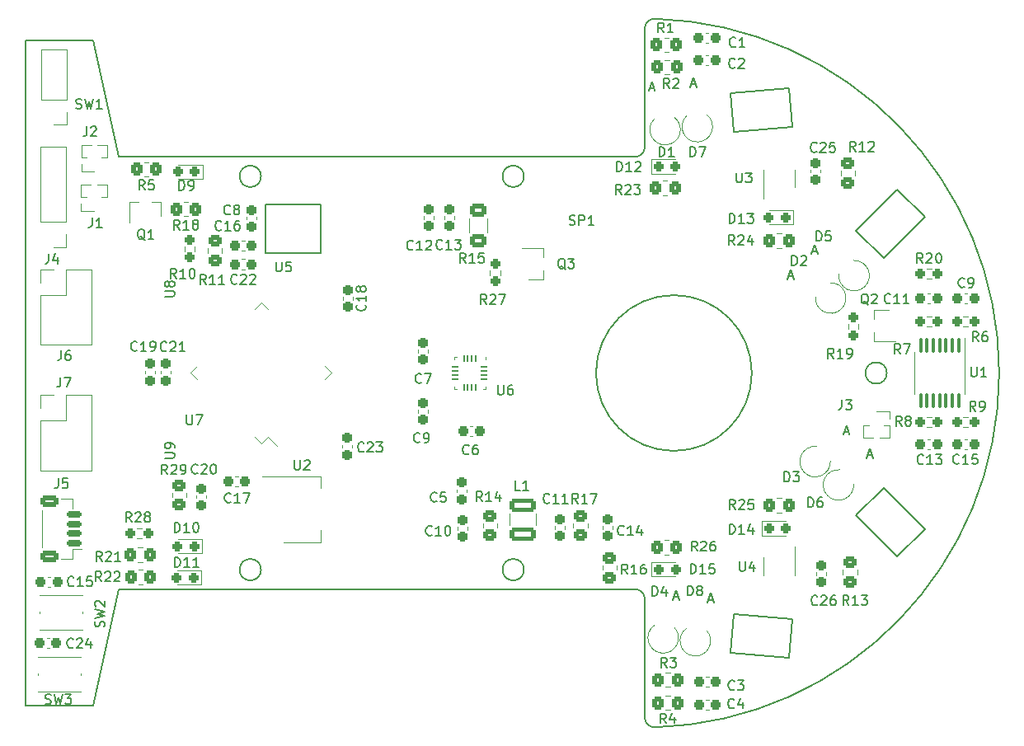
<source format=gto>
G04 #@! TF.GenerationSoftware,KiCad,Pcbnew,(6.0.7)*
G04 #@! TF.CreationDate,2022-09-24T03:58:47+09:00*
G04 #@! TF.ProjectId,Quatro,51756174-726f-42e6-9b69-6361645f7063,0*
G04 #@! TF.SameCoordinates,Original*
G04 #@! TF.FileFunction,Legend,Top*
G04 #@! TF.FilePolarity,Positive*
%FSLAX46Y46*%
G04 Gerber Fmt 4.6, Leading zero omitted, Abs format (unit mm)*
G04 Created by KiCad (PCBNEW (6.0.7)) date 2022-09-24 03:58:47*
%MOMM*%
%LPD*%
G01*
G04 APERTURE LIST*
G04 Aperture macros list*
%AMRoundRect*
0 Rectangle with rounded corners*
0 $1 Rounding radius*
0 $2 $3 $4 $5 $6 $7 $8 $9 X,Y pos of 4 corners*
0 Add a 4 corners polygon primitive as box body*
4,1,4,$2,$3,$4,$5,$6,$7,$8,$9,$2,$3,0*
0 Add four circle primitives for the rounded corners*
1,1,$1+$1,$2,$3*
1,1,$1+$1,$4,$5*
1,1,$1+$1,$6,$7*
1,1,$1+$1,$8,$9*
0 Add four rect primitives between the rounded corners*
20,1,$1+$1,$2,$3,$4,$5,0*
20,1,$1+$1,$4,$5,$6,$7,0*
20,1,$1+$1,$6,$7,$8,$9,0*
20,1,$1+$1,$8,$9,$2,$3,0*%
%AMHorizOval*
0 Thick line with rounded ends*
0 $1 width*
0 $2 $3 position (X,Y) of the first rounded end (center of the circle)*
0 $4 $5 position (X,Y) of the second rounded end (center of the circle)*
0 Add line between two ends*
20,1,$1,$2,$3,$4,$5,0*
0 Add two circle primitives to create the rounded ends*
1,1,$1,$2,$3*
1,1,$1,$4,$5*%
%AMRotRect*
0 Rectangle, with rotation*
0 The origin of the aperture is its center*
0 $1 length*
0 $2 width*
0 $3 Rotation angle, in degrees counterclockwise*
0 Add horizontal line*
21,1,$1,$2,0,0,$3*%
%AMFreePoly0*
4,1,14,0.088284,0.363284,0.100000,0.335000,0.100000,-0.335000,0.088284,-0.363284,0.060000,-0.375000,0.036569,-0.375000,0.008285,-0.363284,-0.088284,-0.266715,-0.100000,-0.238431,-0.100000,0.335000,-0.088284,0.363284,-0.060000,0.375000,0.060000,0.375000,0.088284,0.363284,0.088284,0.363284,$1*%
%AMFreePoly1*
4,1,14,0.088284,0.363284,0.100000,0.335000,0.100000,-0.238431,0.088284,-0.266715,-0.008285,-0.363284,-0.036569,-0.375000,-0.060000,-0.375000,-0.088284,-0.363284,-0.100000,-0.335000,-0.100000,0.335000,-0.088284,0.363284,-0.060000,0.375000,0.060000,0.375000,0.088284,0.363284,0.088284,0.363284,$1*%
%AMFreePoly2*
4,1,14,0.363284,0.088284,0.375000,0.060000,0.375000,-0.060000,0.363284,-0.088284,0.335000,-0.100000,-0.335000,-0.100000,-0.363284,-0.088284,-0.375000,-0.060000,-0.375000,-0.036569,-0.363284,-0.008285,-0.266715,0.088284,-0.238431,0.100000,0.335000,0.100000,0.363284,0.088284,0.363284,0.088284,$1*%
%AMFreePoly3*
4,1,14,0.363284,0.088284,0.375000,0.060000,0.375000,-0.060000,0.363284,-0.088284,0.335000,-0.100000,-0.238431,-0.100000,-0.266715,-0.088284,-0.363284,0.008285,-0.375000,0.036569,-0.375000,0.060000,-0.363284,0.088284,-0.335000,0.100000,0.335000,0.100000,0.363284,0.088284,0.363284,0.088284,$1*%
%AMFreePoly4*
4,1,14,-0.008285,0.363284,0.088284,0.266715,0.100000,0.238431,0.100000,-0.335000,0.088284,-0.363284,0.060000,-0.375000,-0.060000,-0.375000,-0.088284,-0.363284,-0.100000,-0.335000,-0.100000,0.335000,-0.088284,0.363284,-0.060000,0.375000,-0.036569,0.375000,-0.008285,0.363284,-0.008285,0.363284,$1*%
%AMFreePoly5*
4,1,14,0.088284,0.363284,0.100000,0.335000,0.100000,-0.335000,0.088284,-0.363284,0.060000,-0.375000,-0.060000,-0.375000,-0.088284,-0.363284,-0.100000,-0.335000,-0.100000,0.238431,-0.088284,0.266715,0.008285,0.363284,0.036569,0.375000,0.060000,0.375000,0.088284,0.363284,0.088284,0.363284,$1*%
%AMFreePoly6*
4,1,14,0.363284,0.088284,0.375000,0.060000,0.375000,0.036569,0.363284,0.008285,0.266715,-0.088284,0.238431,-0.100000,-0.335000,-0.100000,-0.363284,-0.088284,-0.375000,-0.060000,-0.375000,0.060000,-0.363284,0.088284,-0.335000,0.100000,0.335000,0.100000,0.363284,0.088284,0.363284,0.088284,$1*%
%AMFreePoly7*
4,1,14,0.266715,0.088284,0.363284,-0.008285,0.375000,-0.036569,0.375000,-0.060000,0.363284,-0.088284,0.335000,-0.100000,-0.335000,-0.100000,-0.363284,-0.088284,-0.375000,-0.060000,-0.375000,0.060000,-0.363284,0.088284,-0.335000,0.100000,0.238431,0.100000,0.266715,0.088284,0.266715,0.088284,$1*%
G04 Aperture macros list end*
G04 #@! TA.AperFunction,Profile*
%ADD10C,0.200000*%
G04 #@! TD*
%ADD11C,0.150000*%
%ADD12C,0.120000*%
%ADD13C,0.127000*%
%ADD14C,0.100000*%
%ADD15C,0.600000*%
%ADD16R,1.000000X0.280000*%
%ADD17R,0.900000X5.000000*%
%ADD18RoundRect,0.249999X-0.625001X0.400001X-0.625001X-0.400001X0.625001X-0.400001X0.625001X0.400001X0*%
%ADD19RoundRect,0.249999X-0.450001X0.350001X-0.450001X-0.350001X0.450001X-0.350001X0.450001X0.350001X0*%
%ADD20RoundRect,0.249999X-0.350001X-0.450001X0.350001X-0.450001X0.350001X0.450001X-0.350001X0.450001X0*%
%ADD21RoundRect,0.249999X0.350001X0.450001X-0.350001X0.450001X-0.350001X-0.450001X0.350001X-0.450001X0*%
%ADD22RoundRect,0.249999X0.450001X-0.350001X0.450001X0.350001X-0.450001X0.350001X-0.450001X-0.350001X0*%
%ADD23RoundRect,0.237500X0.250000X0.237500X-0.250000X0.237500X-0.250000X-0.237500X0.250000X-0.237500X0*%
%ADD24RoundRect,0.237500X-0.250000X-0.237500X0.250000X-0.237500X0.250000X0.237500X-0.250000X0.237500X0*%
%ADD25RoundRect,0.237500X-0.237500X0.250000X-0.237500X-0.250000X0.237500X-0.250000X0.237500X0.250000X0*%
%ADD26RoundRect,0.237500X-0.237500X0.300000X-0.237500X-0.300000X0.237500X-0.300000X0.237500X0.300000X0*%
%ADD27RoundRect,0.237500X0.237500X-0.300000X0.237500X0.300000X-0.237500X0.300000X-0.237500X-0.300000X0*%
%ADD28RoundRect,0.237500X0.300000X0.237500X-0.300000X0.237500X-0.300000X-0.237500X0.300000X-0.237500X0*%
%ADD29RoundRect,0.237500X-0.300000X-0.237500X0.300000X-0.237500X0.300000X0.237500X-0.300000X0.237500X0*%
%ADD30R,1.450000X2.400000*%
%ADD31R,1.600000X1.750000*%
%ADD32FreePoly0,270.000000*%
%ADD33RoundRect,0.050000X-0.325000X0.050000X-0.325000X-0.050000X0.325000X-0.050000X0.325000X0.050000X0*%
%ADD34FreePoly1,270.000000*%
%ADD35FreePoly2,270.000000*%
%ADD36RoundRect,0.050000X-0.050000X0.325000X-0.050000X-0.325000X0.050000X-0.325000X0.050000X0.325000X0*%
%ADD37FreePoly3,270.000000*%
%ADD38FreePoly4,270.000000*%
%ADD39FreePoly5,270.000000*%
%ADD40FreePoly6,270.000000*%
%ADD41FreePoly7,270.000000*%
%ADD42R,0.700000X1.100000*%
%ADD43R,0.800000X1.100000*%
%ADD44RotRect,2.000000X2.000000X45.000000*%
%ADD45HorizOval,2.000000X0.000000X0.000000X0.000000X0.000000X0*%
%ADD46RotRect,2.000000X2.000000X135.000000*%
%ADD47HorizOval,2.000000X0.000000X0.000000X0.000000X0.000000X0*%
%ADD48RotRect,2.000000X2.000000X95.000000*%
%ADD49HorizOval,2.000000X0.000000X0.000000X0.000000X0.000000X0*%
%ADD50RoundRect,0.237500X-0.287500X-0.237500X0.287500X-0.237500X0.287500X0.237500X-0.287500X0.237500X0*%
%ADD51RoundRect,0.237500X0.287500X0.237500X-0.287500X0.237500X-0.287500X-0.237500X0.287500X-0.237500X0*%
%ADD52RotRect,2.000000X2.000000X85.000000*%
%ADD53HorizOval,2.000000X0.000000X0.000000X0.000000X0.000000X0*%
%ADD54RoundRect,0.250000X1.075000X-0.462500X1.075000X0.462500X-1.075000X0.462500X-1.075000X-0.462500X0*%
%ADD55R,1.700000X1.700000*%
%ADD56O,1.700000X1.700000*%
%ADD57R,0.900000X0.800000*%
%ADD58R,1.000000X1.000000*%
%ADD59O,1.000000X1.000000*%
%ADD60RoundRect,0.150000X0.625000X-0.150000X0.625000X0.150000X-0.625000X0.150000X-0.625000X-0.150000X0*%
%ADD61RoundRect,0.249999X0.650001X-0.350001X0.650001X0.350001X-0.650001X0.350001X-0.650001X-0.350001X0*%
%ADD62R,0.800000X0.900000*%
%ADD63R,1.050000X0.650000*%
%ADD64R,2.000000X1.500000*%
%ADD65R,2.000000X3.800000*%
%ADD66RoundRect,0.075000X0.548008X-0.441942X-0.441942X0.548008X-0.548008X0.441942X0.441942X-0.548008X0*%
%ADD67RoundRect,0.075000X0.548008X0.441942X0.441942X0.548008X-0.548008X-0.441942X-0.441942X-0.548008X0*%
%ADD68RoundRect,0.100000X-0.100000X0.637500X-0.100000X-0.637500X0.100000X-0.637500X0.100000X0.637500X0*%
%ADD69R,0.650000X1.560000*%
G04 APERTURE END LIST*
D10*
X180800000Y-94600000D02*
G75*
G03*
X180800000Y-94600000I-8000000J0D01*
G01*
X184962896Y-119873643D02*
X184614273Y-123858422D01*
X178985727Y-119350708D02*
X184962896Y-119873643D01*
X184614273Y-123858422D02*
X178637104Y-123335487D01*
X115800000Y-116800000D02*
X168800000Y-116800000D01*
X115800000Y-72400000D02*
X113200000Y-60400000D01*
X130400000Y-74400000D02*
G75*
G03*
X130400000Y-74400000I-1100000J0D01*
G01*
X170828250Y-58214499D02*
G75*
G03*
X169800000Y-59214127I-28250J-999601D01*
G01*
X198582048Y-78575229D02*
X194339407Y-82817870D01*
X169800000Y-117800000D02*
X169800000Y-129985873D01*
X195753620Y-75746802D02*
X198582048Y-78575229D01*
X168800000Y-72400000D02*
G75*
G03*
X169800000Y-71400000I0J1000000D01*
G01*
X194339407Y-106382130D02*
X198582048Y-110624771D01*
X157400000Y-74400000D02*
G75*
G03*
X157400000Y-74400000I-1100000J0D01*
G01*
X184614273Y-65341578D02*
X184962896Y-69326357D01*
X168800000Y-72400000D02*
X115800000Y-72400000D01*
X191510980Y-79989443D02*
X195753620Y-75746802D01*
X198582048Y-110624771D02*
X195753620Y-113453198D01*
X169800000Y-59214127D02*
X169800000Y-71400000D01*
X170828249Y-130985474D02*
G75*
G03*
X170828249Y-58214526I-1028249J36385474D01*
G01*
X169800000Y-117800000D02*
G75*
G03*
X168800000Y-116800000I-1000000J0D01*
G01*
X191510980Y-109210557D02*
X194339407Y-106382130D01*
X195753620Y-113453198D02*
X191510980Y-109210557D01*
X178637104Y-65864513D02*
X184614273Y-65341578D01*
X106200000Y-128800000D02*
X113200000Y-128800000D01*
X178637104Y-123335487D02*
X178985727Y-119350708D01*
X157400000Y-114800000D02*
G75*
G03*
X157400000Y-114800000I-1100000J0D01*
G01*
X178985727Y-69849292D02*
X178637104Y-65864513D01*
X106200000Y-60400000D02*
X106200000Y-128800000D01*
X130400000Y-114800000D02*
G75*
G03*
X130400000Y-114800000I-1100000J0D01*
G01*
X169800027Y-129985873D02*
G75*
G03*
X170828249Y-130985474I999973J-27D01*
G01*
X113200000Y-60400000D02*
X106200000Y-60400000D01*
X194666000Y-94600000D02*
G75*
G03*
X194666000Y-94600000I-1100000J0D01*
G01*
X194339407Y-82817870D02*
X191510980Y-79989443D01*
X113200000Y-128800000D02*
X115800000Y-116800000D01*
X184962896Y-69326357D02*
X178985727Y-69849292D01*
D11*
X120502380Y-103336904D02*
X121311904Y-103336904D01*
X121407142Y-103289285D01*
X121454761Y-103241666D01*
X121502380Y-103146428D01*
X121502380Y-102955952D01*
X121454761Y-102860714D01*
X121407142Y-102813095D01*
X121311904Y-102765476D01*
X120502380Y-102765476D01*
X121502380Y-102241666D02*
X121502380Y-102051190D01*
X121454761Y-101955952D01*
X121407142Y-101908333D01*
X121264285Y-101813095D01*
X121073809Y-101765476D01*
X120692857Y-101765476D01*
X120597619Y-101813095D01*
X120550000Y-101860714D01*
X120502380Y-101955952D01*
X120502380Y-102146428D01*
X120550000Y-102241666D01*
X120597619Y-102289285D01*
X120692857Y-102336904D01*
X120930952Y-102336904D01*
X121026190Y-102289285D01*
X121073809Y-102241666D01*
X121121428Y-102146428D01*
X121121428Y-101955952D01*
X121073809Y-101860714D01*
X121026190Y-101813095D01*
X120930952Y-101765476D01*
X120502380Y-86736904D02*
X121311904Y-86736904D01*
X121407142Y-86689285D01*
X121454761Y-86641666D01*
X121502380Y-86546428D01*
X121502380Y-86355952D01*
X121454761Y-86260714D01*
X121407142Y-86213095D01*
X121311904Y-86165476D01*
X120502380Y-86165476D01*
X120930952Y-85546428D02*
X120883333Y-85641666D01*
X120835714Y-85689285D01*
X120740476Y-85736904D01*
X120692857Y-85736904D01*
X120597619Y-85689285D01*
X120550000Y-85641666D01*
X120502380Y-85546428D01*
X120502380Y-85355952D01*
X120550000Y-85260714D01*
X120597619Y-85213095D01*
X120692857Y-85165476D01*
X120740476Y-85165476D01*
X120835714Y-85213095D01*
X120883333Y-85260714D01*
X120930952Y-85355952D01*
X120930952Y-85546428D01*
X120978571Y-85641666D01*
X121026190Y-85689285D01*
X121121428Y-85736904D01*
X121311904Y-85736904D01*
X121407142Y-85689285D01*
X121454761Y-85641666D01*
X121502380Y-85546428D01*
X121502380Y-85355952D01*
X121454761Y-85260714D01*
X121407142Y-85213095D01*
X121311904Y-85165476D01*
X121121428Y-85165476D01*
X121026190Y-85213095D01*
X120978571Y-85260714D01*
X120930952Y-85355952D01*
X151407142Y-83277380D02*
X151073809Y-82801190D01*
X150835714Y-83277380D02*
X150835714Y-82277380D01*
X151216666Y-82277380D01*
X151311904Y-82325000D01*
X151359523Y-82372619D01*
X151407142Y-82467857D01*
X151407142Y-82610714D01*
X151359523Y-82705952D01*
X151311904Y-82753571D01*
X151216666Y-82801190D01*
X150835714Y-82801190D01*
X152359523Y-83277380D02*
X151788095Y-83277380D01*
X152073809Y-83277380D02*
X152073809Y-82277380D01*
X151978571Y-82420238D01*
X151883333Y-82515476D01*
X151788095Y-82563095D01*
X153264285Y-82277380D02*
X152788095Y-82277380D01*
X152740476Y-82753571D01*
X152788095Y-82705952D01*
X152883333Y-82658333D01*
X153121428Y-82658333D01*
X153216666Y-82705952D01*
X153264285Y-82753571D01*
X153311904Y-82848809D01*
X153311904Y-83086904D01*
X153264285Y-83182142D01*
X153216666Y-83229761D01*
X153121428Y-83277380D01*
X152883333Y-83277380D01*
X152788095Y-83229761D01*
X152740476Y-83182142D01*
X190757142Y-118427380D02*
X190423809Y-117951190D01*
X190185714Y-118427380D02*
X190185714Y-117427380D01*
X190566666Y-117427380D01*
X190661904Y-117475000D01*
X190709523Y-117522619D01*
X190757142Y-117617857D01*
X190757142Y-117760714D01*
X190709523Y-117855952D01*
X190661904Y-117903571D01*
X190566666Y-117951190D01*
X190185714Y-117951190D01*
X191709523Y-118427380D02*
X191138095Y-118427380D01*
X191423809Y-118427380D02*
X191423809Y-117427380D01*
X191328571Y-117570238D01*
X191233333Y-117665476D01*
X191138095Y-117713095D01*
X192042857Y-117427380D02*
X192661904Y-117427380D01*
X192328571Y-117808333D01*
X192471428Y-117808333D01*
X192566666Y-117855952D01*
X192614285Y-117903571D01*
X192661904Y-117998809D01*
X192661904Y-118236904D01*
X192614285Y-118332142D01*
X192566666Y-118379761D01*
X192471428Y-118427380D01*
X192185714Y-118427380D01*
X192090476Y-118379761D01*
X192042857Y-118332142D01*
X179082142Y-108602380D02*
X178748809Y-108126190D01*
X178510714Y-108602380D02*
X178510714Y-107602380D01*
X178891666Y-107602380D01*
X178986904Y-107650000D01*
X179034523Y-107697619D01*
X179082142Y-107792857D01*
X179082142Y-107935714D01*
X179034523Y-108030952D01*
X178986904Y-108078571D01*
X178891666Y-108126190D01*
X178510714Y-108126190D01*
X179463095Y-107697619D02*
X179510714Y-107650000D01*
X179605952Y-107602380D01*
X179844047Y-107602380D01*
X179939285Y-107650000D01*
X179986904Y-107697619D01*
X180034523Y-107792857D01*
X180034523Y-107888095D01*
X179986904Y-108030952D01*
X179415476Y-108602380D01*
X180034523Y-108602380D01*
X180939285Y-107602380D02*
X180463095Y-107602380D01*
X180415476Y-108078571D01*
X180463095Y-108030952D01*
X180558333Y-107983333D01*
X180796428Y-107983333D01*
X180891666Y-108030952D01*
X180939285Y-108078571D01*
X180986904Y-108173809D01*
X180986904Y-108411904D01*
X180939285Y-108507142D01*
X180891666Y-108554761D01*
X180796428Y-108602380D01*
X180558333Y-108602380D01*
X180463095Y-108554761D01*
X180415476Y-108507142D01*
X179032142Y-81452380D02*
X178698809Y-80976190D01*
X178460714Y-81452380D02*
X178460714Y-80452380D01*
X178841666Y-80452380D01*
X178936904Y-80500000D01*
X178984523Y-80547619D01*
X179032142Y-80642857D01*
X179032142Y-80785714D01*
X178984523Y-80880952D01*
X178936904Y-80928571D01*
X178841666Y-80976190D01*
X178460714Y-80976190D01*
X179413095Y-80547619D02*
X179460714Y-80500000D01*
X179555952Y-80452380D01*
X179794047Y-80452380D01*
X179889285Y-80500000D01*
X179936904Y-80547619D01*
X179984523Y-80642857D01*
X179984523Y-80738095D01*
X179936904Y-80880952D01*
X179365476Y-81452380D01*
X179984523Y-81452380D01*
X180841666Y-80785714D02*
X180841666Y-81452380D01*
X180603571Y-80404761D02*
X180365476Y-81119047D01*
X180984523Y-81119047D01*
X168032142Y-115252380D02*
X167698809Y-114776190D01*
X167460714Y-115252380D02*
X167460714Y-114252380D01*
X167841666Y-114252380D01*
X167936904Y-114300000D01*
X167984523Y-114347619D01*
X168032142Y-114442857D01*
X168032142Y-114585714D01*
X167984523Y-114680952D01*
X167936904Y-114728571D01*
X167841666Y-114776190D01*
X167460714Y-114776190D01*
X168984523Y-115252380D02*
X168413095Y-115252380D01*
X168698809Y-115252380D02*
X168698809Y-114252380D01*
X168603571Y-114395238D01*
X168508333Y-114490476D01*
X168413095Y-114538095D01*
X169841666Y-114252380D02*
X169651190Y-114252380D01*
X169555952Y-114300000D01*
X169508333Y-114347619D01*
X169413095Y-114490476D01*
X169365476Y-114680952D01*
X169365476Y-115061904D01*
X169413095Y-115157142D01*
X169460714Y-115204761D01*
X169555952Y-115252380D01*
X169746428Y-115252380D01*
X169841666Y-115204761D01*
X169889285Y-115157142D01*
X169936904Y-115061904D01*
X169936904Y-114823809D01*
X169889285Y-114728571D01*
X169841666Y-114680952D01*
X169746428Y-114633333D01*
X169555952Y-114633333D01*
X169460714Y-114680952D01*
X169413095Y-114728571D01*
X169365476Y-114823809D01*
X167432142Y-76252380D02*
X167098809Y-75776190D01*
X166860714Y-76252380D02*
X166860714Y-75252380D01*
X167241666Y-75252380D01*
X167336904Y-75300000D01*
X167384523Y-75347619D01*
X167432142Y-75442857D01*
X167432142Y-75585714D01*
X167384523Y-75680952D01*
X167336904Y-75728571D01*
X167241666Y-75776190D01*
X166860714Y-75776190D01*
X167813095Y-75347619D02*
X167860714Y-75300000D01*
X167955952Y-75252380D01*
X168194047Y-75252380D01*
X168289285Y-75300000D01*
X168336904Y-75347619D01*
X168384523Y-75442857D01*
X168384523Y-75538095D01*
X168336904Y-75680952D01*
X167765476Y-76252380D01*
X168384523Y-76252380D01*
X168717857Y-75252380D02*
X169336904Y-75252380D01*
X169003571Y-75633333D01*
X169146428Y-75633333D01*
X169241666Y-75680952D01*
X169289285Y-75728571D01*
X169336904Y-75823809D01*
X169336904Y-76061904D01*
X169289285Y-76157142D01*
X169241666Y-76204761D01*
X169146428Y-76252380D01*
X168860714Y-76252380D01*
X168765476Y-76204761D01*
X168717857Y-76157142D01*
X114007142Y-116002380D02*
X113673809Y-115526190D01*
X113435714Y-116002380D02*
X113435714Y-115002380D01*
X113816666Y-115002380D01*
X113911904Y-115050000D01*
X113959523Y-115097619D01*
X114007142Y-115192857D01*
X114007142Y-115335714D01*
X113959523Y-115430952D01*
X113911904Y-115478571D01*
X113816666Y-115526190D01*
X113435714Y-115526190D01*
X114388095Y-115097619D02*
X114435714Y-115050000D01*
X114530952Y-115002380D01*
X114769047Y-115002380D01*
X114864285Y-115050000D01*
X114911904Y-115097619D01*
X114959523Y-115192857D01*
X114959523Y-115288095D01*
X114911904Y-115430952D01*
X114340476Y-116002380D01*
X114959523Y-116002380D01*
X115340476Y-115097619D02*
X115388095Y-115050000D01*
X115483333Y-115002380D01*
X115721428Y-115002380D01*
X115816666Y-115050000D01*
X115864285Y-115097619D01*
X115911904Y-115192857D01*
X115911904Y-115288095D01*
X115864285Y-115430952D01*
X115292857Y-116002380D01*
X115911904Y-116002380D01*
X198357142Y-83277380D02*
X198023809Y-82801190D01*
X197785714Y-83277380D02*
X197785714Y-82277380D01*
X198166666Y-82277380D01*
X198261904Y-82325000D01*
X198309523Y-82372619D01*
X198357142Y-82467857D01*
X198357142Y-82610714D01*
X198309523Y-82705952D01*
X198261904Y-82753571D01*
X198166666Y-82801190D01*
X197785714Y-82801190D01*
X198738095Y-82372619D02*
X198785714Y-82325000D01*
X198880952Y-82277380D01*
X199119047Y-82277380D01*
X199214285Y-82325000D01*
X199261904Y-82372619D01*
X199309523Y-82467857D01*
X199309523Y-82563095D01*
X199261904Y-82705952D01*
X198690476Y-83277380D01*
X199309523Y-83277380D01*
X199928571Y-82277380D02*
X200023809Y-82277380D01*
X200119047Y-82325000D01*
X200166666Y-82372619D01*
X200214285Y-82467857D01*
X200261904Y-82658333D01*
X200261904Y-82896428D01*
X200214285Y-83086904D01*
X200166666Y-83182142D01*
X200119047Y-83229761D01*
X200023809Y-83277380D01*
X199928571Y-83277380D01*
X199833333Y-83229761D01*
X199785714Y-83182142D01*
X199738095Y-83086904D01*
X199690476Y-82896428D01*
X199690476Y-82658333D01*
X199738095Y-82467857D01*
X199785714Y-82372619D01*
X199833333Y-82325000D01*
X199928571Y-82277380D01*
X122032142Y-79877380D02*
X121698809Y-79401190D01*
X121460714Y-79877380D02*
X121460714Y-78877380D01*
X121841666Y-78877380D01*
X121936904Y-78925000D01*
X121984523Y-78972619D01*
X122032142Y-79067857D01*
X122032142Y-79210714D01*
X121984523Y-79305952D01*
X121936904Y-79353571D01*
X121841666Y-79401190D01*
X121460714Y-79401190D01*
X122984523Y-79877380D02*
X122413095Y-79877380D01*
X122698809Y-79877380D02*
X122698809Y-78877380D01*
X122603571Y-79020238D01*
X122508333Y-79115476D01*
X122413095Y-79163095D01*
X123555952Y-79305952D02*
X123460714Y-79258333D01*
X123413095Y-79210714D01*
X123365476Y-79115476D01*
X123365476Y-79067857D01*
X123413095Y-78972619D01*
X123460714Y-78925000D01*
X123555952Y-78877380D01*
X123746428Y-78877380D01*
X123841666Y-78925000D01*
X123889285Y-78972619D01*
X123936904Y-79067857D01*
X123936904Y-79115476D01*
X123889285Y-79210714D01*
X123841666Y-79258333D01*
X123746428Y-79305952D01*
X123555952Y-79305952D01*
X123460714Y-79353571D01*
X123413095Y-79401190D01*
X123365476Y-79496428D01*
X123365476Y-79686904D01*
X123413095Y-79782142D01*
X123460714Y-79829761D01*
X123555952Y-79877380D01*
X123746428Y-79877380D01*
X123841666Y-79829761D01*
X123889285Y-79782142D01*
X123936904Y-79686904D01*
X123936904Y-79496428D01*
X123889285Y-79401190D01*
X123841666Y-79353571D01*
X123746428Y-79305952D01*
X162957142Y-107977380D02*
X162623809Y-107501190D01*
X162385714Y-107977380D02*
X162385714Y-106977380D01*
X162766666Y-106977380D01*
X162861904Y-107025000D01*
X162909523Y-107072619D01*
X162957142Y-107167857D01*
X162957142Y-107310714D01*
X162909523Y-107405952D01*
X162861904Y-107453571D01*
X162766666Y-107501190D01*
X162385714Y-107501190D01*
X163909523Y-107977380D02*
X163338095Y-107977380D01*
X163623809Y-107977380D02*
X163623809Y-106977380D01*
X163528571Y-107120238D01*
X163433333Y-107215476D01*
X163338095Y-107263095D01*
X164242857Y-106977380D02*
X164909523Y-106977380D01*
X164480952Y-107977380D01*
X191457142Y-71827380D02*
X191123809Y-71351190D01*
X190885714Y-71827380D02*
X190885714Y-70827380D01*
X191266666Y-70827380D01*
X191361904Y-70875000D01*
X191409523Y-70922619D01*
X191457142Y-71017857D01*
X191457142Y-71160714D01*
X191409523Y-71255952D01*
X191361904Y-71303571D01*
X191266666Y-71351190D01*
X190885714Y-71351190D01*
X192409523Y-71827380D02*
X191838095Y-71827380D01*
X192123809Y-71827380D02*
X192123809Y-70827380D01*
X192028571Y-70970238D01*
X191933333Y-71065476D01*
X191838095Y-71113095D01*
X192790476Y-70922619D02*
X192838095Y-70875000D01*
X192933333Y-70827380D01*
X193171428Y-70827380D01*
X193266666Y-70875000D01*
X193314285Y-70922619D01*
X193361904Y-71017857D01*
X193361904Y-71113095D01*
X193314285Y-71255952D01*
X192742857Y-71827380D01*
X193361904Y-71827380D01*
X203783333Y-98502380D02*
X203450000Y-98026190D01*
X203211904Y-98502380D02*
X203211904Y-97502380D01*
X203592857Y-97502380D01*
X203688095Y-97550000D01*
X203735714Y-97597619D01*
X203783333Y-97692857D01*
X203783333Y-97835714D01*
X203735714Y-97930952D01*
X203688095Y-97978571D01*
X203592857Y-98026190D01*
X203211904Y-98026190D01*
X204259523Y-98502380D02*
X204450000Y-98502380D01*
X204545238Y-98454761D01*
X204592857Y-98407142D01*
X204688095Y-98264285D01*
X204735714Y-98073809D01*
X204735714Y-97692857D01*
X204688095Y-97597619D01*
X204640476Y-97550000D01*
X204545238Y-97502380D01*
X204354761Y-97502380D01*
X204259523Y-97550000D01*
X204211904Y-97597619D01*
X204164285Y-97692857D01*
X204164285Y-97930952D01*
X204211904Y-98026190D01*
X204259523Y-98073809D01*
X204354761Y-98121428D01*
X204545238Y-98121428D01*
X204640476Y-98073809D01*
X204688095Y-98026190D01*
X204735714Y-97930952D01*
X196183333Y-100027380D02*
X195850000Y-99551190D01*
X195611904Y-100027380D02*
X195611904Y-99027380D01*
X195992857Y-99027380D01*
X196088095Y-99075000D01*
X196135714Y-99122619D01*
X196183333Y-99217857D01*
X196183333Y-99360714D01*
X196135714Y-99455952D01*
X196088095Y-99503571D01*
X195992857Y-99551190D01*
X195611904Y-99551190D01*
X196754761Y-99455952D02*
X196659523Y-99408333D01*
X196611904Y-99360714D01*
X196564285Y-99265476D01*
X196564285Y-99217857D01*
X196611904Y-99122619D01*
X196659523Y-99075000D01*
X196754761Y-99027380D01*
X196945238Y-99027380D01*
X197040476Y-99075000D01*
X197088095Y-99122619D01*
X197135714Y-99217857D01*
X197135714Y-99265476D01*
X197088095Y-99360714D01*
X197040476Y-99408333D01*
X196945238Y-99455952D01*
X196754761Y-99455952D01*
X196659523Y-99503571D01*
X196611904Y-99551190D01*
X196564285Y-99646428D01*
X196564285Y-99836904D01*
X196611904Y-99932142D01*
X196659523Y-99979761D01*
X196754761Y-100027380D01*
X196945238Y-100027380D01*
X197040476Y-99979761D01*
X197088095Y-99932142D01*
X197135714Y-99836904D01*
X197135714Y-99646428D01*
X197088095Y-99551190D01*
X197040476Y-99503571D01*
X196945238Y-99455952D01*
X114057142Y-113927380D02*
X113723809Y-113451190D01*
X113485714Y-113927380D02*
X113485714Y-112927380D01*
X113866666Y-112927380D01*
X113961904Y-112975000D01*
X114009523Y-113022619D01*
X114057142Y-113117857D01*
X114057142Y-113260714D01*
X114009523Y-113355952D01*
X113961904Y-113403571D01*
X113866666Y-113451190D01*
X113485714Y-113451190D01*
X114438095Y-113022619D02*
X114485714Y-112975000D01*
X114580952Y-112927380D01*
X114819047Y-112927380D01*
X114914285Y-112975000D01*
X114961904Y-113022619D01*
X115009523Y-113117857D01*
X115009523Y-113213095D01*
X114961904Y-113355952D01*
X114390476Y-113927380D01*
X115009523Y-113927380D01*
X115961904Y-113927380D02*
X115390476Y-113927380D01*
X115676190Y-113927380D02*
X115676190Y-112927380D01*
X115580952Y-113070238D01*
X115485714Y-113165476D01*
X115390476Y-113213095D01*
X189207142Y-93077380D02*
X188873809Y-92601190D01*
X188635714Y-93077380D02*
X188635714Y-92077380D01*
X189016666Y-92077380D01*
X189111904Y-92125000D01*
X189159523Y-92172619D01*
X189207142Y-92267857D01*
X189207142Y-92410714D01*
X189159523Y-92505952D01*
X189111904Y-92553571D01*
X189016666Y-92601190D01*
X188635714Y-92601190D01*
X190159523Y-93077380D02*
X189588095Y-93077380D01*
X189873809Y-93077380D02*
X189873809Y-92077380D01*
X189778571Y-92220238D01*
X189683333Y-92315476D01*
X189588095Y-92363095D01*
X190635714Y-93077380D02*
X190826190Y-93077380D01*
X190921428Y-93029761D01*
X190969047Y-92982142D01*
X191064285Y-92839285D01*
X191111904Y-92648809D01*
X191111904Y-92267857D01*
X191064285Y-92172619D01*
X191016666Y-92125000D01*
X190921428Y-92077380D01*
X190730952Y-92077380D01*
X190635714Y-92125000D01*
X190588095Y-92172619D01*
X190540476Y-92267857D01*
X190540476Y-92505952D01*
X190588095Y-92601190D01*
X190635714Y-92648809D01*
X190730952Y-92696428D01*
X190921428Y-92696428D01*
X191016666Y-92648809D01*
X191064285Y-92601190D01*
X191111904Y-92505952D01*
X121707142Y-84877380D02*
X121373809Y-84401190D01*
X121135714Y-84877380D02*
X121135714Y-83877380D01*
X121516666Y-83877380D01*
X121611904Y-83925000D01*
X121659523Y-83972619D01*
X121707142Y-84067857D01*
X121707142Y-84210714D01*
X121659523Y-84305952D01*
X121611904Y-84353571D01*
X121516666Y-84401190D01*
X121135714Y-84401190D01*
X122659523Y-84877380D02*
X122088095Y-84877380D01*
X122373809Y-84877380D02*
X122373809Y-83877380D01*
X122278571Y-84020238D01*
X122183333Y-84115476D01*
X122088095Y-84163095D01*
X123278571Y-83877380D02*
X123373809Y-83877380D01*
X123469047Y-83925000D01*
X123516666Y-83972619D01*
X123564285Y-84067857D01*
X123611904Y-84258333D01*
X123611904Y-84496428D01*
X123564285Y-84686904D01*
X123516666Y-84782142D01*
X123469047Y-84829761D01*
X123373809Y-84877380D01*
X123278571Y-84877380D01*
X123183333Y-84829761D01*
X123135714Y-84782142D01*
X123088095Y-84686904D01*
X123040476Y-84496428D01*
X123040476Y-84258333D01*
X123088095Y-84067857D01*
X123135714Y-83972619D01*
X123183333Y-83925000D01*
X123278571Y-83877380D01*
X153107142Y-107777380D02*
X152773809Y-107301190D01*
X152535714Y-107777380D02*
X152535714Y-106777380D01*
X152916666Y-106777380D01*
X153011904Y-106825000D01*
X153059523Y-106872619D01*
X153107142Y-106967857D01*
X153107142Y-107110714D01*
X153059523Y-107205952D01*
X153011904Y-107253571D01*
X152916666Y-107301190D01*
X152535714Y-107301190D01*
X154059523Y-107777380D02*
X153488095Y-107777380D01*
X153773809Y-107777380D02*
X153773809Y-106777380D01*
X153678571Y-106920238D01*
X153583333Y-107015476D01*
X153488095Y-107063095D01*
X154916666Y-107110714D02*
X154916666Y-107777380D01*
X154678571Y-106729761D02*
X154440476Y-107444047D01*
X155059523Y-107444047D01*
X124732142Y-85502380D02*
X124398809Y-85026190D01*
X124160714Y-85502380D02*
X124160714Y-84502380D01*
X124541666Y-84502380D01*
X124636904Y-84550000D01*
X124684523Y-84597619D01*
X124732142Y-84692857D01*
X124732142Y-84835714D01*
X124684523Y-84930952D01*
X124636904Y-84978571D01*
X124541666Y-85026190D01*
X124160714Y-85026190D01*
X125684523Y-85502380D02*
X125113095Y-85502380D01*
X125398809Y-85502380D02*
X125398809Y-84502380D01*
X125303571Y-84645238D01*
X125208333Y-84740476D01*
X125113095Y-84788095D01*
X126636904Y-85502380D02*
X126065476Y-85502380D01*
X126351190Y-85502380D02*
X126351190Y-84502380D01*
X126255952Y-84645238D01*
X126160714Y-84740476D01*
X126065476Y-84788095D01*
X127233333Y-78232142D02*
X127185714Y-78279761D01*
X127042857Y-78327380D01*
X126947619Y-78327380D01*
X126804761Y-78279761D01*
X126709523Y-78184523D01*
X126661904Y-78089285D01*
X126614285Y-77898809D01*
X126614285Y-77755952D01*
X126661904Y-77565476D01*
X126709523Y-77470238D01*
X126804761Y-77375000D01*
X126947619Y-77327380D01*
X127042857Y-77327380D01*
X127185714Y-77375000D01*
X127233333Y-77422619D01*
X127804761Y-77755952D02*
X127709523Y-77708333D01*
X127661904Y-77660714D01*
X127614285Y-77565476D01*
X127614285Y-77517857D01*
X127661904Y-77422619D01*
X127709523Y-77375000D01*
X127804761Y-77327380D01*
X127995238Y-77327380D01*
X128090476Y-77375000D01*
X128138095Y-77422619D01*
X128185714Y-77517857D01*
X128185714Y-77565476D01*
X128138095Y-77660714D01*
X128090476Y-77708333D01*
X127995238Y-77755952D01*
X127804761Y-77755952D01*
X127709523Y-77803571D01*
X127661904Y-77851190D01*
X127614285Y-77946428D01*
X127614285Y-78136904D01*
X127661904Y-78232142D01*
X127709523Y-78279761D01*
X127804761Y-78327380D01*
X127995238Y-78327380D01*
X128090476Y-78279761D01*
X128138095Y-78232142D01*
X128185714Y-78136904D01*
X128185714Y-77946428D01*
X128138095Y-77851190D01*
X128090476Y-77803571D01*
X127995238Y-77755952D01*
X146708333Y-101657142D02*
X146660714Y-101704761D01*
X146517857Y-101752380D01*
X146422619Y-101752380D01*
X146279761Y-101704761D01*
X146184523Y-101609523D01*
X146136904Y-101514285D01*
X146089285Y-101323809D01*
X146089285Y-101180952D01*
X146136904Y-100990476D01*
X146184523Y-100895238D01*
X146279761Y-100800000D01*
X146422619Y-100752380D01*
X146517857Y-100752380D01*
X146660714Y-100800000D01*
X146708333Y-100847619D01*
X147184523Y-101752380D02*
X147375000Y-101752380D01*
X147470238Y-101704761D01*
X147517857Y-101657142D01*
X147613095Y-101514285D01*
X147660714Y-101323809D01*
X147660714Y-100942857D01*
X147613095Y-100847619D01*
X147565476Y-100800000D01*
X147470238Y-100752380D01*
X147279761Y-100752380D01*
X147184523Y-100800000D01*
X147136904Y-100847619D01*
X147089285Y-100942857D01*
X147089285Y-101180952D01*
X147136904Y-101276190D01*
X147184523Y-101323809D01*
X147279761Y-101371428D01*
X147470238Y-101371428D01*
X147565476Y-101323809D01*
X147613095Y-101276190D01*
X147660714Y-101180952D01*
X147942142Y-111197142D02*
X147894523Y-111244761D01*
X147751666Y-111292380D01*
X147656428Y-111292380D01*
X147513571Y-111244761D01*
X147418333Y-111149523D01*
X147370714Y-111054285D01*
X147323095Y-110863809D01*
X147323095Y-110720952D01*
X147370714Y-110530476D01*
X147418333Y-110435238D01*
X147513571Y-110340000D01*
X147656428Y-110292380D01*
X147751666Y-110292380D01*
X147894523Y-110340000D01*
X147942142Y-110387619D01*
X148894523Y-111292380D02*
X148323095Y-111292380D01*
X148608809Y-111292380D02*
X148608809Y-110292380D01*
X148513571Y-110435238D01*
X148418333Y-110530476D01*
X148323095Y-110578095D01*
X149513571Y-110292380D02*
X149608809Y-110292380D01*
X149704047Y-110340000D01*
X149751666Y-110387619D01*
X149799285Y-110482857D01*
X149846904Y-110673333D01*
X149846904Y-110911428D01*
X149799285Y-111101904D01*
X149751666Y-111197142D01*
X149704047Y-111244761D01*
X149608809Y-111292380D01*
X149513571Y-111292380D01*
X149418333Y-111244761D01*
X149370714Y-111197142D01*
X149323095Y-111101904D01*
X149275476Y-110911428D01*
X149275476Y-110673333D01*
X149323095Y-110482857D01*
X149370714Y-110387619D01*
X149418333Y-110340000D01*
X149513571Y-110292380D01*
X167657142Y-111182142D02*
X167609523Y-111229761D01*
X167466666Y-111277380D01*
X167371428Y-111277380D01*
X167228571Y-111229761D01*
X167133333Y-111134523D01*
X167085714Y-111039285D01*
X167038095Y-110848809D01*
X167038095Y-110705952D01*
X167085714Y-110515476D01*
X167133333Y-110420238D01*
X167228571Y-110325000D01*
X167371428Y-110277380D01*
X167466666Y-110277380D01*
X167609523Y-110325000D01*
X167657142Y-110372619D01*
X168609523Y-111277380D02*
X168038095Y-111277380D01*
X168323809Y-111277380D02*
X168323809Y-110277380D01*
X168228571Y-110420238D01*
X168133333Y-110515476D01*
X168038095Y-110563095D01*
X169466666Y-110610714D02*
X169466666Y-111277380D01*
X169228571Y-110229761D02*
X168990476Y-110944047D01*
X169609523Y-110944047D01*
X146007142Y-81882142D02*
X145959523Y-81929761D01*
X145816666Y-81977380D01*
X145721428Y-81977380D01*
X145578571Y-81929761D01*
X145483333Y-81834523D01*
X145435714Y-81739285D01*
X145388095Y-81548809D01*
X145388095Y-81405952D01*
X145435714Y-81215476D01*
X145483333Y-81120238D01*
X145578571Y-81025000D01*
X145721428Y-80977380D01*
X145816666Y-80977380D01*
X145959523Y-81025000D01*
X146007142Y-81072619D01*
X146959523Y-81977380D02*
X146388095Y-81977380D01*
X146673809Y-81977380D02*
X146673809Y-80977380D01*
X146578571Y-81120238D01*
X146483333Y-81215476D01*
X146388095Y-81263095D01*
X147340476Y-81072619D02*
X147388095Y-81025000D01*
X147483333Y-80977380D01*
X147721428Y-80977380D01*
X147816666Y-81025000D01*
X147864285Y-81072619D01*
X147911904Y-81167857D01*
X147911904Y-81263095D01*
X147864285Y-81405952D01*
X147292857Y-81977380D01*
X147911904Y-81977380D01*
X148433333Y-107757142D02*
X148385714Y-107804761D01*
X148242857Y-107852380D01*
X148147619Y-107852380D01*
X148004761Y-107804761D01*
X147909523Y-107709523D01*
X147861904Y-107614285D01*
X147814285Y-107423809D01*
X147814285Y-107280952D01*
X147861904Y-107090476D01*
X147909523Y-106995238D01*
X148004761Y-106900000D01*
X148147619Y-106852380D01*
X148242857Y-106852380D01*
X148385714Y-106900000D01*
X148433333Y-106947619D01*
X149338095Y-106852380D02*
X148861904Y-106852380D01*
X148814285Y-107328571D01*
X148861904Y-107280952D01*
X148957142Y-107233333D01*
X149195238Y-107233333D01*
X149290476Y-107280952D01*
X149338095Y-107328571D01*
X149385714Y-107423809D01*
X149385714Y-107661904D01*
X149338095Y-107757142D01*
X149290476Y-107804761D01*
X149195238Y-107852380D01*
X148957142Y-107852380D01*
X148861904Y-107804761D01*
X148814285Y-107757142D01*
X146858333Y-95557142D02*
X146810714Y-95604761D01*
X146667857Y-95652380D01*
X146572619Y-95652380D01*
X146429761Y-95604761D01*
X146334523Y-95509523D01*
X146286904Y-95414285D01*
X146239285Y-95223809D01*
X146239285Y-95080952D01*
X146286904Y-94890476D01*
X146334523Y-94795238D01*
X146429761Y-94700000D01*
X146572619Y-94652380D01*
X146667857Y-94652380D01*
X146810714Y-94700000D01*
X146858333Y-94747619D01*
X147191666Y-94652380D02*
X147858333Y-94652380D01*
X147429761Y-95652380D01*
X178983333Y-128957142D02*
X178935714Y-129004761D01*
X178792857Y-129052380D01*
X178697619Y-129052380D01*
X178554761Y-129004761D01*
X178459523Y-128909523D01*
X178411904Y-128814285D01*
X178364285Y-128623809D01*
X178364285Y-128480952D01*
X178411904Y-128290476D01*
X178459523Y-128195238D01*
X178554761Y-128100000D01*
X178697619Y-128052380D01*
X178792857Y-128052380D01*
X178935714Y-128100000D01*
X178983333Y-128147619D01*
X179840476Y-128385714D02*
X179840476Y-129052380D01*
X179602380Y-128004761D02*
X179364285Y-128719047D01*
X179983333Y-128719047D01*
X149007142Y-81807142D02*
X148959523Y-81854761D01*
X148816666Y-81902380D01*
X148721428Y-81902380D01*
X148578571Y-81854761D01*
X148483333Y-81759523D01*
X148435714Y-81664285D01*
X148388095Y-81473809D01*
X148388095Y-81330952D01*
X148435714Y-81140476D01*
X148483333Y-81045238D01*
X148578571Y-80950000D01*
X148721428Y-80902380D01*
X148816666Y-80902380D01*
X148959523Y-80950000D01*
X149007142Y-80997619D01*
X149959523Y-81902380D02*
X149388095Y-81902380D01*
X149673809Y-81902380D02*
X149673809Y-80902380D01*
X149578571Y-81045238D01*
X149483333Y-81140476D01*
X149388095Y-81188095D01*
X150292857Y-80902380D02*
X150911904Y-80902380D01*
X150578571Y-81283333D01*
X150721428Y-81283333D01*
X150816666Y-81330952D01*
X150864285Y-81378571D01*
X150911904Y-81473809D01*
X150911904Y-81711904D01*
X150864285Y-81807142D01*
X150816666Y-81854761D01*
X150721428Y-81902380D01*
X150435714Y-81902380D01*
X150340476Y-81854761D01*
X150292857Y-81807142D01*
X179008333Y-127082142D02*
X178960714Y-127129761D01*
X178817857Y-127177380D01*
X178722619Y-127177380D01*
X178579761Y-127129761D01*
X178484523Y-127034523D01*
X178436904Y-126939285D01*
X178389285Y-126748809D01*
X178389285Y-126605952D01*
X178436904Y-126415476D01*
X178484523Y-126320238D01*
X178579761Y-126225000D01*
X178722619Y-126177380D01*
X178817857Y-126177380D01*
X178960714Y-126225000D01*
X179008333Y-126272619D01*
X179341666Y-126177380D02*
X179960714Y-126177380D01*
X179627380Y-126558333D01*
X179770238Y-126558333D01*
X179865476Y-126605952D01*
X179913095Y-126653571D01*
X179960714Y-126748809D01*
X179960714Y-126986904D01*
X179913095Y-127082142D01*
X179865476Y-127129761D01*
X179770238Y-127177380D01*
X179484523Y-127177380D01*
X179389285Y-127129761D01*
X179341666Y-127082142D01*
X126307142Y-79857142D02*
X126259523Y-79904761D01*
X126116666Y-79952380D01*
X126021428Y-79952380D01*
X125878571Y-79904761D01*
X125783333Y-79809523D01*
X125735714Y-79714285D01*
X125688095Y-79523809D01*
X125688095Y-79380952D01*
X125735714Y-79190476D01*
X125783333Y-79095238D01*
X125878571Y-79000000D01*
X126021428Y-78952380D01*
X126116666Y-78952380D01*
X126259523Y-79000000D01*
X126307142Y-79047619D01*
X127259523Y-79952380D02*
X126688095Y-79952380D01*
X126973809Y-79952380D02*
X126973809Y-78952380D01*
X126878571Y-79095238D01*
X126783333Y-79190476D01*
X126688095Y-79238095D01*
X128116666Y-78952380D02*
X127926190Y-78952380D01*
X127830952Y-79000000D01*
X127783333Y-79047619D01*
X127688095Y-79190476D01*
X127640476Y-79380952D01*
X127640476Y-79761904D01*
X127688095Y-79857142D01*
X127735714Y-79904761D01*
X127830952Y-79952380D01*
X128021428Y-79952380D01*
X128116666Y-79904761D01*
X128164285Y-79857142D01*
X128211904Y-79761904D01*
X128211904Y-79523809D01*
X128164285Y-79428571D01*
X128116666Y-79380952D01*
X128021428Y-79333333D01*
X127830952Y-79333333D01*
X127735714Y-79380952D01*
X127688095Y-79428571D01*
X127640476Y-79523809D01*
X111157142Y-116407142D02*
X111109523Y-116454761D01*
X110966666Y-116502380D01*
X110871428Y-116502380D01*
X110728571Y-116454761D01*
X110633333Y-116359523D01*
X110585714Y-116264285D01*
X110538095Y-116073809D01*
X110538095Y-115930952D01*
X110585714Y-115740476D01*
X110633333Y-115645238D01*
X110728571Y-115550000D01*
X110871428Y-115502380D01*
X110966666Y-115502380D01*
X111109523Y-115550000D01*
X111157142Y-115597619D01*
X112109523Y-116502380D02*
X111538095Y-116502380D01*
X111823809Y-116502380D02*
X111823809Y-115502380D01*
X111728571Y-115645238D01*
X111633333Y-115740476D01*
X111538095Y-115788095D01*
X113014285Y-115502380D02*
X112538095Y-115502380D01*
X112490476Y-115978571D01*
X112538095Y-115930952D01*
X112633333Y-115883333D01*
X112871428Y-115883333D01*
X112966666Y-115930952D01*
X113014285Y-115978571D01*
X113061904Y-116073809D01*
X113061904Y-116311904D01*
X113014285Y-116407142D01*
X112966666Y-116454761D01*
X112871428Y-116502380D01*
X112633333Y-116502380D01*
X112538095Y-116454761D01*
X112490476Y-116407142D01*
X160007142Y-107882142D02*
X159959523Y-107929761D01*
X159816666Y-107977380D01*
X159721428Y-107977380D01*
X159578571Y-107929761D01*
X159483333Y-107834523D01*
X159435714Y-107739285D01*
X159388095Y-107548809D01*
X159388095Y-107405952D01*
X159435714Y-107215476D01*
X159483333Y-107120238D01*
X159578571Y-107025000D01*
X159721428Y-106977380D01*
X159816666Y-106977380D01*
X159959523Y-107025000D01*
X160007142Y-107072619D01*
X160959523Y-107977380D02*
X160388095Y-107977380D01*
X160673809Y-107977380D02*
X160673809Y-106977380D01*
X160578571Y-107120238D01*
X160483333Y-107215476D01*
X160388095Y-107263095D01*
X161911904Y-107977380D02*
X161340476Y-107977380D01*
X161626190Y-107977380D02*
X161626190Y-106977380D01*
X161530952Y-107120238D01*
X161435714Y-107215476D01*
X161340476Y-107263095D01*
X123882142Y-104857142D02*
X123834523Y-104904761D01*
X123691666Y-104952380D01*
X123596428Y-104952380D01*
X123453571Y-104904761D01*
X123358333Y-104809523D01*
X123310714Y-104714285D01*
X123263095Y-104523809D01*
X123263095Y-104380952D01*
X123310714Y-104190476D01*
X123358333Y-104095238D01*
X123453571Y-104000000D01*
X123596428Y-103952380D01*
X123691666Y-103952380D01*
X123834523Y-104000000D01*
X123882142Y-104047619D01*
X124263095Y-104047619D02*
X124310714Y-104000000D01*
X124405952Y-103952380D01*
X124644047Y-103952380D01*
X124739285Y-104000000D01*
X124786904Y-104047619D01*
X124834523Y-104142857D01*
X124834523Y-104238095D01*
X124786904Y-104380952D01*
X124215476Y-104952380D01*
X124834523Y-104952380D01*
X125453571Y-103952380D02*
X125548809Y-103952380D01*
X125644047Y-104000000D01*
X125691666Y-104047619D01*
X125739285Y-104142857D01*
X125786904Y-104333333D01*
X125786904Y-104571428D01*
X125739285Y-104761904D01*
X125691666Y-104857142D01*
X125644047Y-104904761D01*
X125548809Y-104952380D01*
X125453571Y-104952380D01*
X125358333Y-104904761D01*
X125310714Y-104857142D01*
X125263095Y-104761904D01*
X125215476Y-104571428D01*
X125215476Y-104333333D01*
X125263095Y-104142857D01*
X125310714Y-104047619D01*
X125358333Y-104000000D01*
X125453571Y-103952380D01*
X151733333Y-102882142D02*
X151685714Y-102929761D01*
X151542857Y-102977380D01*
X151447619Y-102977380D01*
X151304761Y-102929761D01*
X151209523Y-102834523D01*
X151161904Y-102739285D01*
X151114285Y-102548809D01*
X151114285Y-102405952D01*
X151161904Y-102215476D01*
X151209523Y-102120238D01*
X151304761Y-102025000D01*
X151447619Y-101977380D01*
X151542857Y-101977380D01*
X151685714Y-102025000D01*
X151733333Y-102072619D01*
X152590476Y-101977380D02*
X152400000Y-101977380D01*
X152304761Y-102025000D01*
X152257142Y-102072619D01*
X152161904Y-102215476D01*
X152114285Y-102405952D01*
X152114285Y-102786904D01*
X152161904Y-102882142D01*
X152209523Y-102929761D01*
X152304761Y-102977380D01*
X152495238Y-102977380D01*
X152590476Y-102929761D01*
X152638095Y-102882142D01*
X152685714Y-102786904D01*
X152685714Y-102548809D01*
X152638095Y-102453571D01*
X152590476Y-102405952D01*
X152495238Y-102358333D01*
X152304761Y-102358333D01*
X152209523Y-102405952D01*
X152161904Y-102453571D01*
X152114285Y-102548809D01*
X117657142Y-92257142D02*
X117609523Y-92304761D01*
X117466666Y-92352380D01*
X117371428Y-92352380D01*
X117228571Y-92304761D01*
X117133333Y-92209523D01*
X117085714Y-92114285D01*
X117038095Y-91923809D01*
X117038095Y-91780952D01*
X117085714Y-91590476D01*
X117133333Y-91495238D01*
X117228571Y-91400000D01*
X117371428Y-91352380D01*
X117466666Y-91352380D01*
X117609523Y-91400000D01*
X117657142Y-91447619D01*
X118609523Y-92352380D02*
X118038095Y-92352380D01*
X118323809Y-92352380D02*
X118323809Y-91352380D01*
X118228571Y-91495238D01*
X118133333Y-91590476D01*
X118038095Y-91638095D01*
X119085714Y-92352380D02*
X119276190Y-92352380D01*
X119371428Y-92304761D01*
X119419047Y-92257142D01*
X119514285Y-92114285D01*
X119561904Y-91923809D01*
X119561904Y-91542857D01*
X119514285Y-91447619D01*
X119466666Y-91400000D01*
X119371428Y-91352380D01*
X119180952Y-91352380D01*
X119085714Y-91400000D01*
X119038095Y-91447619D01*
X118990476Y-91542857D01*
X118990476Y-91780952D01*
X119038095Y-91876190D01*
X119085714Y-91923809D01*
X119180952Y-91971428D01*
X119371428Y-91971428D01*
X119466666Y-91923809D01*
X119514285Y-91876190D01*
X119561904Y-91780952D01*
X141087142Y-87592857D02*
X141134761Y-87640476D01*
X141182380Y-87783333D01*
X141182380Y-87878571D01*
X141134761Y-88021428D01*
X141039523Y-88116666D01*
X140944285Y-88164285D01*
X140753809Y-88211904D01*
X140610952Y-88211904D01*
X140420476Y-88164285D01*
X140325238Y-88116666D01*
X140230000Y-88021428D01*
X140182380Y-87878571D01*
X140182380Y-87783333D01*
X140230000Y-87640476D01*
X140277619Y-87592857D01*
X141182380Y-86640476D02*
X141182380Y-87211904D01*
X141182380Y-86926190D02*
X140182380Y-86926190D01*
X140325238Y-87021428D01*
X140420476Y-87116666D01*
X140468095Y-87211904D01*
X140610952Y-86069047D02*
X140563333Y-86164285D01*
X140515714Y-86211904D01*
X140420476Y-86259523D01*
X140372857Y-86259523D01*
X140277619Y-86211904D01*
X140230000Y-86164285D01*
X140182380Y-86069047D01*
X140182380Y-85878571D01*
X140230000Y-85783333D01*
X140277619Y-85735714D01*
X140372857Y-85688095D01*
X140420476Y-85688095D01*
X140515714Y-85735714D01*
X140563333Y-85783333D01*
X140610952Y-85878571D01*
X140610952Y-86069047D01*
X140658571Y-86164285D01*
X140706190Y-86211904D01*
X140801428Y-86259523D01*
X140991904Y-86259523D01*
X141087142Y-86211904D01*
X141134761Y-86164285D01*
X141182380Y-86069047D01*
X141182380Y-85878571D01*
X141134761Y-85783333D01*
X141087142Y-85735714D01*
X140991904Y-85688095D01*
X140801428Y-85688095D01*
X140706190Y-85735714D01*
X140658571Y-85783333D01*
X140610952Y-85878571D01*
X127282142Y-107832142D02*
X127234523Y-107879761D01*
X127091666Y-107927380D01*
X126996428Y-107927380D01*
X126853571Y-107879761D01*
X126758333Y-107784523D01*
X126710714Y-107689285D01*
X126663095Y-107498809D01*
X126663095Y-107355952D01*
X126710714Y-107165476D01*
X126758333Y-107070238D01*
X126853571Y-106975000D01*
X126996428Y-106927380D01*
X127091666Y-106927380D01*
X127234523Y-106975000D01*
X127282142Y-107022619D01*
X128234523Y-107927380D02*
X127663095Y-107927380D01*
X127948809Y-107927380D02*
X127948809Y-106927380D01*
X127853571Y-107070238D01*
X127758333Y-107165476D01*
X127663095Y-107213095D01*
X128567857Y-106927380D02*
X129234523Y-106927380D01*
X128805952Y-107927380D01*
X202633333Y-85732142D02*
X202585714Y-85779761D01*
X202442857Y-85827380D01*
X202347619Y-85827380D01*
X202204761Y-85779761D01*
X202109523Y-85684523D01*
X202061904Y-85589285D01*
X202014285Y-85398809D01*
X202014285Y-85255952D01*
X202061904Y-85065476D01*
X202109523Y-84970238D01*
X202204761Y-84875000D01*
X202347619Y-84827380D01*
X202442857Y-84827380D01*
X202585714Y-84875000D01*
X202633333Y-84922619D01*
X203109523Y-85827380D02*
X203300000Y-85827380D01*
X203395238Y-85779761D01*
X203442857Y-85732142D01*
X203538095Y-85589285D01*
X203585714Y-85398809D01*
X203585714Y-85017857D01*
X203538095Y-84922619D01*
X203490476Y-84875000D01*
X203395238Y-84827380D01*
X203204761Y-84827380D01*
X203109523Y-84875000D01*
X203061904Y-84922619D01*
X203014285Y-85017857D01*
X203014285Y-85255952D01*
X203061904Y-85351190D01*
X203109523Y-85398809D01*
X203204761Y-85446428D01*
X203395238Y-85446428D01*
X203490476Y-85398809D01*
X203538095Y-85351190D01*
X203585714Y-85255952D01*
X162063095Y-79354761D02*
X162205952Y-79402380D01*
X162444047Y-79402380D01*
X162539285Y-79354761D01*
X162586904Y-79307142D01*
X162634523Y-79211904D01*
X162634523Y-79116666D01*
X162586904Y-79021428D01*
X162539285Y-78973809D01*
X162444047Y-78926190D01*
X162253571Y-78878571D01*
X162158333Y-78830952D01*
X162110714Y-78783333D01*
X162063095Y-78688095D01*
X162063095Y-78592857D01*
X162110714Y-78497619D01*
X162158333Y-78450000D01*
X162253571Y-78402380D01*
X162491666Y-78402380D01*
X162634523Y-78450000D01*
X163063095Y-79402380D02*
X163063095Y-78402380D01*
X163444047Y-78402380D01*
X163539285Y-78450000D01*
X163586904Y-78497619D01*
X163634523Y-78592857D01*
X163634523Y-78735714D01*
X163586904Y-78830952D01*
X163539285Y-78878571D01*
X163444047Y-78926190D01*
X163063095Y-78926190D01*
X164586904Y-79402380D02*
X164015476Y-79402380D01*
X164301190Y-79402380D02*
X164301190Y-78402380D01*
X164205952Y-78545238D01*
X164110714Y-78640476D01*
X164015476Y-78688095D01*
X202082142Y-103857142D02*
X202034523Y-103904761D01*
X201891666Y-103952380D01*
X201796428Y-103952380D01*
X201653571Y-103904761D01*
X201558333Y-103809523D01*
X201510714Y-103714285D01*
X201463095Y-103523809D01*
X201463095Y-103380952D01*
X201510714Y-103190476D01*
X201558333Y-103095238D01*
X201653571Y-103000000D01*
X201796428Y-102952380D01*
X201891666Y-102952380D01*
X202034523Y-103000000D01*
X202082142Y-103047619D01*
X203034523Y-103952380D02*
X202463095Y-103952380D01*
X202748809Y-103952380D02*
X202748809Y-102952380D01*
X202653571Y-103095238D01*
X202558333Y-103190476D01*
X202463095Y-103238095D01*
X203939285Y-102952380D02*
X203463095Y-102952380D01*
X203415476Y-103428571D01*
X203463095Y-103380952D01*
X203558333Y-103333333D01*
X203796428Y-103333333D01*
X203891666Y-103380952D01*
X203939285Y-103428571D01*
X203986904Y-103523809D01*
X203986904Y-103761904D01*
X203939285Y-103857142D01*
X203891666Y-103904761D01*
X203796428Y-103952380D01*
X203558333Y-103952380D01*
X203463095Y-103904761D01*
X203415476Y-103857142D01*
X154713095Y-95827380D02*
X154713095Y-96636904D01*
X154760714Y-96732142D01*
X154808333Y-96779761D01*
X154903571Y-96827380D01*
X155094047Y-96827380D01*
X155189285Y-96779761D01*
X155236904Y-96732142D01*
X155284523Y-96636904D01*
X155284523Y-95827380D01*
X156189285Y-95827380D02*
X155998809Y-95827380D01*
X155903571Y-95875000D01*
X155855952Y-95922619D01*
X155760714Y-96065476D01*
X155713095Y-96255952D01*
X155713095Y-96636904D01*
X155760714Y-96732142D01*
X155808333Y-96779761D01*
X155903571Y-96827380D01*
X156094047Y-96827380D01*
X156189285Y-96779761D01*
X156236904Y-96732142D01*
X156284523Y-96636904D01*
X156284523Y-96398809D01*
X156236904Y-96303571D01*
X156189285Y-96255952D01*
X156094047Y-96208333D01*
X155903571Y-96208333D01*
X155808333Y-96255952D01*
X155760714Y-96303571D01*
X155713095Y-96398809D01*
X198407142Y-103882142D02*
X198359523Y-103929761D01*
X198216666Y-103977380D01*
X198121428Y-103977380D01*
X197978571Y-103929761D01*
X197883333Y-103834523D01*
X197835714Y-103739285D01*
X197788095Y-103548809D01*
X197788095Y-103405952D01*
X197835714Y-103215476D01*
X197883333Y-103120238D01*
X197978571Y-103025000D01*
X198121428Y-102977380D01*
X198216666Y-102977380D01*
X198359523Y-103025000D01*
X198407142Y-103072619D01*
X199359523Y-103977380D02*
X198788095Y-103977380D01*
X199073809Y-103977380D02*
X199073809Y-102977380D01*
X198978571Y-103120238D01*
X198883333Y-103215476D01*
X198788095Y-103263095D01*
X199692857Y-102977380D02*
X200311904Y-102977380D01*
X199978571Y-103358333D01*
X200121428Y-103358333D01*
X200216666Y-103405952D01*
X200264285Y-103453571D01*
X200311904Y-103548809D01*
X200311904Y-103786904D01*
X200264285Y-103882142D01*
X200216666Y-103929761D01*
X200121428Y-103977380D01*
X199835714Y-103977380D01*
X199740476Y-103929761D01*
X199692857Y-103882142D01*
X195032142Y-87357142D02*
X194984523Y-87404761D01*
X194841666Y-87452380D01*
X194746428Y-87452380D01*
X194603571Y-87404761D01*
X194508333Y-87309523D01*
X194460714Y-87214285D01*
X194413095Y-87023809D01*
X194413095Y-86880952D01*
X194460714Y-86690476D01*
X194508333Y-86595238D01*
X194603571Y-86500000D01*
X194746428Y-86452380D01*
X194841666Y-86452380D01*
X194984523Y-86500000D01*
X195032142Y-86547619D01*
X195984523Y-87452380D02*
X195413095Y-87452380D01*
X195698809Y-87452380D02*
X195698809Y-86452380D01*
X195603571Y-86595238D01*
X195508333Y-86690476D01*
X195413095Y-86738095D01*
X196936904Y-87452380D02*
X196365476Y-87452380D01*
X196651190Y-87452380D02*
X196651190Y-86452380D01*
X196555952Y-86595238D01*
X196460714Y-86690476D01*
X196365476Y-86738095D01*
X131938095Y-83177380D02*
X131938095Y-83986904D01*
X131985714Y-84082142D01*
X132033333Y-84129761D01*
X132128571Y-84177380D01*
X132319047Y-84177380D01*
X132414285Y-84129761D01*
X132461904Y-84082142D01*
X132509523Y-83986904D01*
X132509523Y-83177380D01*
X133461904Y-83177380D02*
X132985714Y-83177380D01*
X132938095Y-83653571D01*
X132985714Y-83605952D01*
X133080952Y-83558333D01*
X133319047Y-83558333D01*
X133414285Y-83605952D01*
X133461904Y-83653571D01*
X133509523Y-83748809D01*
X133509523Y-83986904D01*
X133461904Y-84082142D01*
X133414285Y-84129761D01*
X133319047Y-84177380D01*
X133080952Y-84177380D01*
X132985714Y-84129761D01*
X132938095Y-84082142D01*
X186561904Y-108377380D02*
X186561904Y-107377380D01*
X186800000Y-107377380D01*
X186942857Y-107425000D01*
X187038095Y-107520238D01*
X187085714Y-107615476D01*
X187133333Y-107805952D01*
X187133333Y-107948809D01*
X187085714Y-108139285D01*
X187038095Y-108234523D01*
X186942857Y-108329761D01*
X186800000Y-108377380D01*
X186561904Y-108377380D01*
X187990476Y-107377380D02*
X187800000Y-107377380D01*
X187704761Y-107425000D01*
X187657142Y-107472619D01*
X187561904Y-107615476D01*
X187514285Y-107805952D01*
X187514285Y-108186904D01*
X187561904Y-108282142D01*
X187609523Y-108329761D01*
X187704761Y-108377380D01*
X187895238Y-108377380D01*
X187990476Y-108329761D01*
X188038095Y-108282142D01*
X188085714Y-108186904D01*
X188085714Y-107948809D01*
X188038095Y-107853571D01*
X187990476Y-107805952D01*
X187895238Y-107758333D01*
X187704761Y-107758333D01*
X187609523Y-107805952D01*
X187561904Y-107853571D01*
X187514285Y-107948809D01*
X192672169Y-103056401D02*
X193148360Y-103056401D01*
X192576931Y-103342115D02*
X192910265Y-102342115D01*
X193243598Y-103342115D01*
X127932142Y-85377143D02*
X127884523Y-85424762D01*
X127741666Y-85472381D01*
X127646428Y-85472381D01*
X127503571Y-85424762D01*
X127408333Y-85329524D01*
X127360714Y-85234286D01*
X127313095Y-85043810D01*
X127313095Y-84900953D01*
X127360714Y-84710477D01*
X127408333Y-84615239D01*
X127503571Y-84520001D01*
X127646428Y-84472381D01*
X127741666Y-84472381D01*
X127884523Y-84520001D01*
X127932142Y-84567620D01*
X128313095Y-84567620D02*
X128360714Y-84520001D01*
X128455952Y-84472381D01*
X128694047Y-84472381D01*
X128789285Y-84520001D01*
X128836904Y-84567620D01*
X128884523Y-84662858D01*
X128884523Y-84758096D01*
X128836904Y-84900953D01*
X128265476Y-85472381D01*
X128884523Y-85472381D01*
X129265476Y-84567620D02*
X129313095Y-84520001D01*
X129408333Y-84472381D01*
X129646428Y-84472381D01*
X129741666Y-84520001D01*
X129789285Y-84567620D01*
X129836904Y-84662858D01*
X129836904Y-84758096D01*
X129789285Y-84900953D01*
X129217857Y-85472381D01*
X129836904Y-85472381D01*
X184911904Y-83552380D02*
X184911904Y-82552380D01*
X185150000Y-82552380D01*
X185292857Y-82600000D01*
X185388095Y-82695238D01*
X185435714Y-82790476D01*
X185483333Y-82980952D01*
X185483333Y-83123809D01*
X185435714Y-83314285D01*
X185388095Y-83409523D01*
X185292857Y-83504761D01*
X185150000Y-83552380D01*
X184911904Y-83552380D01*
X185864285Y-82647619D02*
X185911904Y-82600000D01*
X186007142Y-82552380D01*
X186245238Y-82552380D01*
X186340476Y-82600000D01*
X186388095Y-82647619D01*
X186435714Y-82742857D01*
X186435714Y-82838095D01*
X186388095Y-82980952D01*
X185816666Y-83552380D01*
X186435714Y-83552380D01*
X184561904Y-84666666D02*
X185038095Y-84666666D01*
X184466666Y-84952380D02*
X184800000Y-83952380D01*
X185133333Y-84952380D01*
X171286904Y-72377380D02*
X171286904Y-71377380D01*
X171525000Y-71377380D01*
X171667857Y-71425000D01*
X171763095Y-71520238D01*
X171810714Y-71615476D01*
X171858333Y-71805952D01*
X171858333Y-71948809D01*
X171810714Y-72139285D01*
X171763095Y-72234523D01*
X171667857Y-72329761D01*
X171525000Y-72377380D01*
X171286904Y-72377380D01*
X172810714Y-72377380D02*
X172239285Y-72377380D01*
X172525000Y-72377380D02*
X172525000Y-71377380D01*
X172429761Y-71520238D01*
X172334523Y-71615476D01*
X172239285Y-71663095D01*
X170286904Y-65341666D02*
X170763095Y-65341666D01*
X170191666Y-65627380D02*
X170525000Y-64627380D01*
X170858333Y-65627380D01*
X174510714Y-115202380D02*
X174510714Y-114202380D01*
X174748809Y-114202380D01*
X174891666Y-114250000D01*
X174986904Y-114345238D01*
X175034523Y-114440476D01*
X175082142Y-114630952D01*
X175082142Y-114773809D01*
X175034523Y-114964285D01*
X174986904Y-115059523D01*
X174891666Y-115154761D01*
X174748809Y-115202380D01*
X174510714Y-115202380D01*
X176034523Y-115202380D02*
X175463095Y-115202380D01*
X175748809Y-115202380D02*
X175748809Y-114202380D01*
X175653571Y-114345238D01*
X175558333Y-114440476D01*
X175463095Y-114488095D01*
X176939285Y-114202380D02*
X176463095Y-114202380D01*
X176415476Y-114678571D01*
X176463095Y-114630952D01*
X176558333Y-114583333D01*
X176796428Y-114583333D01*
X176891666Y-114630952D01*
X176939285Y-114678571D01*
X176986904Y-114773809D01*
X176986904Y-115011904D01*
X176939285Y-115107142D01*
X176891666Y-115154761D01*
X176796428Y-115202380D01*
X176558333Y-115202380D01*
X176463095Y-115154761D01*
X176415476Y-115107142D01*
X178485714Y-79202380D02*
X178485714Y-78202380D01*
X178723809Y-78202380D01*
X178866666Y-78250000D01*
X178961904Y-78345238D01*
X179009523Y-78440476D01*
X179057142Y-78630952D01*
X179057142Y-78773809D01*
X179009523Y-78964285D01*
X178961904Y-79059523D01*
X178866666Y-79154761D01*
X178723809Y-79202380D01*
X178485714Y-79202380D01*
X180009523Y-79202380D02*
X179438095Y-79202380D01*
X179723809Y-79202380D02*
X179723809Y-78202380D01*
X179628571Y-78345238D01*
X179533333Y-78440476D01*
X179438095Y-78488095D01*
X180342857Y-78202380D02*
X180961904Y-78202380D01*
X180628571Y-78583333D01*
X180771428Y-78583333D01*
X180866666Y-78630952D01*
X180914285Y-78678571D01*
X180961904Y-78773809D01*
X180961904Y-79011904D01*
X180914285Y-79107142D01*
X180866666Y-79154761D01*
X180771428Y-79202380D01*
X180485714Y-79202380D01*
X180390476Y-79154761D01*
X180342857Y-79107142D01*
X174186904Y-117452380D02*
X174186904Y-116452380D01*
X174425000Y-116452380D01*
X174567857Y-116500000D01*
X174663095Y-116595238D01*
X174710714Y-116690476D01*
X174758333Y-116880952D01*
X174758333Y-117023809D01*
X174710714Y-117214285D01*
X174663095Y-117309523D01*
X174567857Y-117404761D01*
X174425000Y-117452380D01*
X174186904Y-117452380D01*
X175329761Y-116880952D02*
X175234523Y-116833333D01*
X175186904Y-116785714D01*
X175139285Y-116690476D01*
X175139285Y-116642857D01*
X175186904Y-116547619D01*
X175234523Y-116500000D01*
X175329761Y-116452380D01*
X175520238Y-116452380D01*
X175615476Y-116500000D01*
X175663095Y-116547619D01*
X175710714Y-116642857D01*
X175710714Y-116690476D01*
X175663095Y-116785714D01*
X175615476Y-116833333D01*
X175520238Y-116880952D01*
X175329761Y-116880952D01*
X175234523Y-116928571D01*
X175186904Y-116976190D01*
X175139285Y-117071428D01*
X175139285Y-117261904D01*
X175186904Y-117357142D01*
X175234523Y-117404761D01*
X175329761Y-117452380D01*
X175520238Y-117452380D01*
X175615476Y-117404761D01*
X175663095Y-117357142D01*
X175710714Y-117261904D01*
X175710714Y-117071428D01*
X175663095Y-116976190D01*
X175615476Y-116928571D01*
X175520238Y-116880952D01*
X176361904Y-117891666D02*
X176838095Y-117891666D01*
X176266666Y-118177380D02*
X176600000Y-117177380D01*
X176933333Y-118177380D01*
X121510714Y-110952380D02*
X121510714Y-109952380D01*
X121748809Y-109952380D01*
X121891666Y-110000000D01*
X121986904Y-110095238D01*
X122034523Y-110190476D01*
X122082142Y-110380952D01*
X122082142Y-110523809D01*
X122034523Y-110714285D01*
X121986904Y-110809523D01*
X121891666Y-110904761D01*
X121748809Y-110952380D01*
X121510714Y-110952380D01*
X123034523Y-110952380D02*
X122463095Y-110952380D01*
X122748809Y-110952380D02*
X122748809Y-109952380D01*
X122653571Y-110095238D01*
X122558333Y-110190476D01*
X122463095Y-110238095D01*
X123653571Y-109952380D02*
X123748809Y-109952380D01*
X123844047Y-110000000D01*
X123891666Y-110047619D01*
X123939285Y-110142857D01*
X123986904Y-110333333D01*
X123986904Y-110571428D01*
X123939285Y-110761904D01*
X123891666Y-110857142D01*
X123844047Y-110904761D01*
X123748809Y-110952380D01*
X123653571Y-110952380D01*
X123558333Y-110904761D01*
X123510714Y-110857142D01*
X123463095Y-110761904D01*
X123415476Y-110571428D01*
X123415476Y-110333333D01*
X123463095Y-110142857D01*
X123510714Y-110047619D01*
X123558333Y-110000000D01*
X123653571Y-109952380D01*
X170586904Y-117502380D02*
X170586904Y-116502380D01*
X170825000Y-116502380D01*
X170967857Y-116550000D01*
X171063095Y-116645238D01*
X171110714Y-116740476D01*
X171158333Y-116930952D01*
X171158333Y-117073809D01*
X171110714Y-117264285D01*
X171063095Y-117359523D01*
X170967857Y-117454761D01*
X170825000Y-117502380D01*
X170586904Y-117502380D01*
X172015476Y-116835714D02*
X172015476Y-117502380D01*
X171777380Y-116454761D02*
X171539285Y-117169047D01*
X172158333Y-117169047D01*
X172811904Y-117616666D02*
X173288095Y-117616666D01*
X172716666Y-117902380D02*
X173050000Y-116902380D01*
X173383333Y-117902380D01*
X178510714Y-111127380D02*
X178510714Y-110127380D01*
X178748809Y-110127380D01*
X178891666Y-110175000D01*
X178986904Y-110270238D01*
X179034523Y-110365476D01*
X179082142Y-110555952D01*
X179082142Y-110698809D01*
X179034523Y-110889285D01*
X178986904Y-110984523D01*
X178891666Y-111079761D01*
X178748809Y-111127380D01*
X178510714Y-111127380D01*
X180034523Y-111127380D02*
X179463095Y-111127380D01*
X179748809Y-111127380D02*
X179748809Y-110127380D01*
X179653571Y-110270238D01*
X179558333Y-110365476D01*
X179463095Y-110413095D01*
X180891666Y-110460714D02*
X180891666Y-111127380D01*
X180653571Y-110079761D02*
X180415476Y-110794047D01*
X181034523Y-110794047D01*
X166935714Y-73877380D02*
X166935714Y-72877380D01*
X167173809Y-72877380D01*
X167316666Y-72925000D01*
X167411904Y-73020238D01*
X167459523Y-73115476D01*
X167507142Y-73305952D01*
X167507142Y-73448809D01*
X167459523Y-73639285D01*
X167411904Y-73734523D01*
X167316666Y-73829761D01*
X167173809Y-73877380D01*
X166935714Y-73877380D01*
X168459523Y-73877380D02*
X167888095Y-73877380D01*
X168173809Y-73877380D02*
X168173809Y-72877380D01*
X168078571Y-73020238D01*
X167983333Y-73115476D01*
X167888095Y-73163095D01*
X168840476Y-72972619D02*
X168888095Y-72925000D01*
X168983333Y-72877380D01*
X169221428Y-72877380D01*
X169316666Y-72925000D01*
X169364285Y-72972619D01*
X169411904Y-73067857D01*
X169411904Y-73163095D01*
X169364285Y-73305952D01*
X168792857Y-73877380D01*
X169411904Y-73877380D01*
X120682142Y-92282142D02*
X120634523Y-92329761D01*
X120491666Y-92377380D01*
X120396428Y-92377380D01*
X120253571Y-92329761D01*
X120158333Y-92234523D01*
X120110714Y-92139285D01*
X120063095Y-91948809D01*
X120063095Y-91805952D01*
X120110714Y-91615476D01*
X120158333Y-91520238D01*
X120253571Y-91425000D01*
X120396428Y-91377380D01*
X120491666Y-91377380D01*
X120634523Y-91425000D01*
X120682142Y-91472619D01*
X121063095Y-91472619D02*
X121110714Y-91425000D01*
X121205952Y-91377380D01*
X121444047Y-91377380D01*
X121539285Y-91425000D01*
X121586904Y-91472619D01*
X121634523Y-91567857D01*
X121634523Y-91663095D01*
X121586904Y-91805952D01*
X121015476Y-92377380D01*
X121634523Y-92377380D01*
X122586904Y-92377380D02*
X122015476Y-92377380D01*
X122301190Y-92377380D02*
X122301190Y-91377380D01*
X122205952Y-91520238D01*
X122110714Y-91615476D01*
X122015476Y-91663095D01*
X184136904Y-105752380D02*
X184136904Y-104752380D01*
X184375000Y-104752380D01*
X184517857Y-104800000D01*
X184613095Y-104895238D01*
X184660714Y-104990476D01*
X184708333Y-105180952D01*
X184708333Y-105323809D01*
X184660714Y-105514285D01*
X184613095Y-105609523D01*
X184517857Y-105704761D01*
X184375000Y-105752380D01*
X184136904Y-105752380D01*
X185041666Y-104752380D02*
X185660714Y-104752380D01*
X185327380Y-105133333D01*
X185470238Y-105133333D01*
X185565476Y-105180952D01*
X185613095Y-105228571D01*
X185660714Y-105323809D01*
X185660714Y-105561904D01*
X185613095Y-105657142D01*
X185565476Y-105704761D01*
X185470238Y-105752380D01*
X185184523Y-105752380D01*
X185089285Y-105704761D01*
X185041666Y-105657142D01*
X190272169Y-100656401D02*
X190748360Y-100656401D01*
X190176931Y-100942115D02*
X190510265Y-99942115D01*
X190843598Y-100942115D01*
X121535714Y-114522380D02*
X121535714Y-113522380D01*
X121773809Y-113522380D01*
X121916666Y-113570000D01*
X122011904Y-113665238D01*
X122059523Y-113760476D01*
X122107142Y-113950952D01*
X122107142Y-114093809D01*
X122059523Y-114284285D01*
X122011904Y-114379523D01*
X121916666Y-114474761D01*
X121773809Y-114522380D01*
X121535714Y-114522380D01*
X123059523Y-114522380D02*
X122488095Y-114522380D01*
X122773809Y-114522380D02*
X122773809Y-113522380D01*
X122678571Y-113665238D01*
X122583333Y-113760476D01*
X122488095Y-113808095D01*
X124011904Y-114522380D02*
X123440476Y-114522380D01*
X123726190Y-114522380D02*
X123726190Y-113522380D01*
X123630952Y-113665238D01*
X123535714Y-113760476D01*
X123440476Y-113808095D01*
X121986904Y-75807380D02*
X121986904Y-74807380D01*
X122225000Y-74807380D01*
X122367857Y-74855000D01*
X122463095Y-74950238D01*
X122510714Y-75045476D01*
X122558333Y-75235952D01*
X122558333Y-75378809D01*
X122510714Y-75569285D01*
X122463095Y-75664523D01*
X122367857Y-75759761D01*
X122225000Y-75807380D01*
X121986904Y-75807380D01*
X123034523Y-75807380D02*
X123225000Y-75807380D01*
X123320238Y-75759761D01*
X123367857Y-75712142D01*
X123463095Y-75569285D01*
X123510714Y-75378809D01*
X123510714Y-74997857D01*
X123463095Y-74902619D01*
X123415476Y-74855000D01*
X123320238Y-74807380D01*
X123129761Y-74807380D01*
X123034523Y-74855000D01*
X122986904Y-74902619D01*
X122939285Y-74997857D01*
X122939285Y-75235952D01*
X122986904Y-75331190D01*
X123034523Y-75378809D01*
X123129761Y-75426428D01*
X123320238Y-75426428D01*
X123415476Y-75378809D01*
X123463095Y-75331190D01*
X123510714Y-75235952D01*
X174461904Y-72377380D02*
X174461904Y-71377380D01*
X174700000Y-71377380D01*
X174842857Y-71425000D01*
X174938095Y-71520238D01*
X174985714Y-71615476D01*
X175033333Y-71805952D01*
X175033333Y-71948809D01*
X174985714Y-72139285D01*
X174938095Y-72234523D01*
X174842857Y-72329761D01*
X174700000Y-72377380D01*
X174461904Y-72377380D01*
X175366666Y-71377380D02*
X176033333Y-71377380D01*
X175604761Y-72377380D01*
X174566217Y-64943942D02*
X175042408Y-64943942D01*
X174470979Y-65229656D02*
X174804313Y-64229656D01*
X175137646Y-65229656D01*
X187411904Y-81027380D02*
X187411904Y-80027380D01*
X187650000Y-80027380D01*
X187792857Y-80075000D01*
X187888095Y-80170238D01*
X187935714Y-80265476D01*
X187983333Y-80455952D01*
X187983333Y-80598809D01*
X187935714Y-80789285D01*
X187888095Y-80884523D01*
X187792857Y-80979761D01*
X187650000Y-81027380D01*
X187411904Y-81027380D01*
X188888095Y-80027380D02*
X188411904Y-80027380D01*
X188364285Y-80503571D01*
X188411904Y-80455952D01*
X188507142Y-80408333D01*
X188745238Y-80408333D01*
X188840476Y-80455952D01*
X188888095Y-80503571D01*
X188935714Y-80598809D01*
X188935714Y-80836904D01*
X188888095Y-80932142D01*
X188840476Y-80979761D01*
X188745238Y-81027380D01*
X188507142Y-81027380D01*
X188411904Y-80979761D01*
X188364285Y-80932142D01*
X187011905Y-82116666D02*
X187488096Y-82116666D01*
X186916667Y-82402380D02*
X187250001Y-81402380D01*
X187583334Y-82402380D01*
X140957142Y-102607142D02*
X140909523Y-102654761D01*
X140766666Y-102702380D01*
X140671428Y-102702380D01*
X140528571Y-102654761D01*
X140433333Y-102559523D01*
X140385714Y-102464285D01*
X140338095Y-102273809D01*
X140338095Y-102130952D01*
X140385714Y-101940476D01*
X140433333Y-101845238D01*
X140528571Y-101750000D01*
X140671428Y-101702380D01*
X140766666Y-101702380D01*
X140909523Y-101750000D01*
X140957142Y-101797619D01*
X141338095Y-101797619D02*
X141385714Y-101750000D01*
X141480952Y-101702380D01*
X141719047Y-101702380D01*
X141814285Y-101750000D01*
X141861904Y-101797619D01*
X141909523Y-101892857D01*
X141909523Y-101988095D01*
X141861904Y-102130952D01*
X141290476Y-102702380D01*
X141909523Y-102702380D01*
X142242857Y-101702380D02*
X142861904Y-101702380D01*
X142528571Y-102083333D01*
X142671428Y-102083333D01*
X142766666Y-102130952D01*
X142814285Y-102178571D01*
X142861904Y-102273809D01*
X142861904Y-102511904D01*
X142814285Y-102607142D01*
X142766666Y-102654761D01*
X142671428Y-102702380D01*
X142385714Y-102702380D01*
X142290476Y-102654761D01*
X142242857Y-102607142D01*
X172003333Y-130572380D02*
X171670000Y-130096190D01*
X171431904Y-130572380D02*
X171431904Y-129572380D01*
X171812857Y-129572380D01*
X171908095Y-129620000D01*
X171955714Y-129667619D01*
X172003333Y-129762857D01*
X172003333Y-129905714D01*
X171955714Y-130000952D01*
X171908095Y-130048571D01*
X171812857Y-130096190D01*
X171431904Y-130096190D01*
X172860476Y-129905714D02*
X172860476Y-130572380D01*
X172622380Y-129524761D02*
X172384285Y-130239047D01*
X173003333Y-130239047D01*
X172333333Y-65352380D02*
X172000000Y-64876190D01*
X171761904Y-65352380D02*
X171761904Y-64352380D01*
X172142857Y-64352380D01*
X172238095Y-64400000D01*
X172285714Y-64447619D01*
X172333333Y-64542857D01*
X172333333Y-64685714D01*
X172285714Y-64780952D01*
X172238095Y-64828571D01*
X172142857Y-64876190D01*
X171761904Y-64876190D01*
X172714285Y-64447619D02*
X172761904Y-64400000D01*
X172857142Y-64352380D01*
X173095238Y-64352380D01*
X173190476Y-64400000D01*
X173238095Y-64447619D01*
X173285714Y-64542857D01*
X173285714Y-64638095D01*
X173238095Y-64780952D01*
X172666666Y-65352380D01*
X173285714Y-65352380D01*
X157008333Y-106652380D02*
X156532142Y-106652380D01*
X156532142Y-105652380D01*
X157865476Y-106652380D02*
X157294047Y-106652380D01*
X157579761Y-106652380D02*
X157579761Y-105652380D01*
X157484523Y-105795238D01*
X157389285Y-105890476D01*
X157294047Y-105938095D01*
X172083333Y-124827380D02*
X171750000Y-124351190D01*
X171511904Y-124827380D02*
X171511904Y-123827380D01*
X171892857Y-123827380D01*
X171988095Y-123875000D01*
X172035714Y-123922619D01*
X172083333Y-124017857D01*
X172083333Y-124160714D01*
X172035714Y-124255952D01*
X171988095Y-124303571D01*
X171892857Y-124351190D01*
X171511904Y-124351190D01*
X172416666Y-123827380D02*
X173035714Y-123827380D01*
X172702380Y-124208333D01*
X172845238Y-124208333D01*
X172940476Y-124255952D01*
X172988095Y-124303571D01*
X173035714Y-124398809D01*
X173035714Y-124636904D01*
X172988095Y-124732142D01*
X172940476Y-124779761D01*
X172845238Y-124827380D01*
X172559523Y-124827380D01*
X172464285Y-124779761D01*
X172416666Y-124732142D01*
X109866666Y-92277380D02*
X109866666Y-92991666D01*
X109819047Y-93134523D01*
X109723809Y-93229761D01*
X109580952Y-93277380D01*
X109485714Y-93277380D01*
X110771428Y-92277380D02*
X110580952Y-92277380D01*
X110485714Y-92325000D01*
X110438095Y-92372619D01*
X110342857Y-92515476D01*
X110295238Y-92705952D01*
X110295238Y-93086904D01*
X110342857Y-93182142D01*
X110390476Y-93229761D01*
X110485714Y-93277380D01*
X110676190Y-93277380D01*
X110771428Y-93229761D01*
X110819047Y-93182142D01*
X110866666Y-93086904D01*
X110866666Y-92848809D01*
X110819047Y-92753571D01*
X110771428Y-92705952D01*
X110676190Y-92658333D01*
X110485714Y-92658333D01*
X110390476Y-92705952D01*
X110342857Y-92753571D01*
X110295238Y-92848809D01*
X161654761Y-83947619D02*
X161559523Y-83900000D01*
X161464285Y-83804761D01*
X161321428Y-83661904D01*
X161226190Y-83614285D01*
X161130952Y-83614285D01*
X161178571Y-83852380D02*
X161083333Y-83804761D01*
X160988095Y-83709523D01*
X160940476Y-83519047D01*
X160940476Y-83185714D01*
X160988095Y-82995238D01*
X161083333Y-82900000D01*
X161178571Y-82852380D01*
X161369047Y-82852380D01*
X161464285Y-82900000D01*
X161559523Y-82995238D01*
X161607142Y-83185714D01*
X161607142Y-83519047D01*
X161559523Y-83709523D01*
X161464285Y-83804761D01*
X161369047Y-83852380D01*
X161178571Y-83852380D01*
X161940476Y-82852380D02*
X162559523Y-82852380D01*
X162226190Y-83233333D01*
X162369047Y-83233333D01*
X162464285Y-83280952D01*
X162511904Y-83328571D01*
X162559523Y-83423809D01*
X162559523Y-83661904D01*
X162511904Y-83757142D01*
X162464285Y-83804761D01*
X162369047Y-83852380D01*
X162083333Y-83852380D01*
X161988095Y-83804761D01*
X161940476Y-83757142D01*
X112491666Y-69277380D02*
X112491666Y-69991666D01*
X112444047Y-70134523D01*
X112348809Y-70229761D01*
X112205952Y-70277380D01*
X112110714Y-70277380D01*
X112920238Y-69372619D02*
X112967857Y-69325000D01*
X113063095Y-69277380D01*
X113301190Y-69277380D01*
X113396428Y-69325000D01*
X113444047Y-69372619D01*
X113491666Y-69467857D01*
X113491666Y-69563095D01*
X113444047Y-69705952D01*
X112872619Y-70277380D01*
X113491666Y-70277380D01*
X109566666Y-105427380D02*
X109566666Y-106141666D01*
X109519047Y-106284523D01*
X109423809Y-106379761D01*
X109280952Y-106427380D01*
X109185714Y-106427380D01*
X110519047Y-105427380D02*
X110042857Y-105427380D01*
X109995238Y-105903571D01*
X110042857Y-105855952D01*
X110138095Y-105808333D01*
X110376190Y-105808333D01*
X110471428Y-105855952D01*
X110519047Y-105903571D01*
X110566666Y-105998809D01*
X110566666Y-106236904D01*
X110519047Y-106332142D01*
X110471428Y-106379761D01*
X110376190Y-106427380D01*
X110138095Y-106427380D01*
X110042857Y-106379761D01*
X109995238Y-106332142D01*
X190041666Y-97352380D02*
X190041666Y-98066666D01*
X189994047Y-98209523D01*
X189898809Y-98304761D01*
X189755952Y-98352380D01*
X189660714Y-98352380D01*
X190422619Y-97352380D02*
X191041666Y-97352380D01*
X190708333Y-97733333D01*
X190851190Y-97733333D01*
X190946428Y-97780952D01*
X190994047Y-97828571D01*
X191041666Y-97923809D01*
X191041666Y-98161904D01*
X190994047Y-98257142D01*
X190946428Y-98304761D01*
X190851190Y-98352380D01*
X190565476Y-98352380D01*
X190470238Y-98304761D01*
X190422619Y-98257142D01*
X192779761Y-87572619D02*
X192684523Y-87525000D01*
X192589285Y-87429761D01*
X192446428Y-87286904D01*
X192351190Y-87239285D01*
X192255952Y-87239285D01*
X192303571Y-87477380D02*
X192208333Y-87429761D01*
X192113095Y-87334523D01*
X192065476Y-87144047D01*
X192065476Y-86810714D01*
X192113095Y-86620238D01*
X192208333Y-86525000D01*
X192303571Y-86477380D01*
X192494047Y-86477380D01*
X192589285Y-86525000D01*
X192684523Y-86620238D01*
X192732142Y-86810714D01*
X192732142Y-87144047D01*
X192684523Y-87334523D01*
X192589285Y-87429761D01*
X192494047Y-87477380D01*
X192303571Y-87477380D01*
X193113095Y-86572619D02*
X193160714Y-86525000D01*
X193255952Y-86477380D01*
X193494047Y-86477380D01*
X193589285Y-86525000D01*
X193636904Y-86572619D01*
X193684523Y-86667857D01*
X193684523Y-86763095D01*
X193636904Y-86905952D01*
X193065476Y-87477380D01*
X193684523Y-87477380D01*
X171758333Y-59627380D02*
X171425000Y-59151190D01*
X171186904Y-59627380D02*
X171186904Y-58627380D01*
X171567857Y-58627380D01*
X171663095Y-58675000D01*
X171710714Y-58722619D01*
X171758333Y-58817857D01*
X171758333Y-58960714D01*
X171710714Y-59055952D01*
X171663095Y-59103571D01*
X171567857Y-59151190D01*
X171186904Y-59151190D01*
X172710714Y-59627380D02*
X172139285Y-59627380D01*
X172425000Y-59627380D02*
X172425000Y-58627380D01*
X172329761Y-58770238D01*
X172234523Y-58865476D01*
X172139285Y-58913095D01*
X118479761Y-80947619D02*
X118384523Y-80900000D01*
X118289285Y-80804761D01*
X118146428Y-80661904D01*
X118051190Y-80614285D01*
X117955952Y-80614285D01*
X118003571Y-80852380D02*
X117908333Y-80804761D01*
X117813095Y-80709523D01*
X117765476Y-80519047D01*
X117765476Y-80185714D01*
X117813095Y-79995238D01*
X117908333Y-79900000D01*
X118003571Y-79852380D01*
X118194047Y-79852380D01*
X118289285Y-79900000D01*
X118384523Y-79995238D01*
X118432142Y-80185714D01*
X118432142Y-80519047D01*
X118384523Y-80709523D01*
X118289285Y-80804761D01*
X118194047Y-80852380D01*
X118003571Y-80852380D01*
X119384523Y-80852380D02*
X118813095Y-80852380D01*
X119098809Y-80852380D02*
X119098809Y-79852380D01*
X119003571Y-79995238D01*
X118908333Y-80090476D01*
X118813095Y-80138095D01*
X109791666Y-95027380D02*
X109791666Y-95741666D01*
X109744047Y-95884523D01*
X109648809Y-95979761D01*
X109505952Y-96027380D01*
X109410714Y-96027380D01*
X110172619Y-95027380D02*
X110839285Y-95027380D01*
X110410714Y-96027380D01*
X108591666Y-82352380D02*
X108591666Y-83066666D01*
X108544047Y-83209523D01*
X108448809Y-83304761D01*
X108305952Y-83352380D01*
X108210714Y-83352380D01*
X109496428Y-82685714D02*
X109496428Y-83352380D01*
X109258333Y-82304761D02*
X109020238Y-83019047D01*
X109639285Y-83019047D01*
X196058333Y-92627380D02*
X195725000Y-92151190D01*
X195486904Y-92627380D02*
X195486904Y-91627380D01*
X195867857Y-91627380D01*
X195963095Y-91675000D01*
X196010714Y-91722619D01*
X196058333Y-91817857D01*
X196058333Y-91960714D01*
X196010714Y-92055952D01*
X195963095Y-92103571D01*
X195867857Y-92151190D01*
X195486904Y-92151190D01*
X196391666Y-91627380D02*
X197058333Y-91627380D01*
X196629761Y-92627380D01*
X204058333Y-91352380D02*
X203725000Y-90876190D01*
X203486904Y-91352380D02*
X203486904Y-90352380D01*
X203867857Y-90352380D01*
X203963095Y-90400000D01*
X204010714Y-90447619D01*
X204058333Y-90542857D01*
X204058333Y-90685714D01*
X204010714Y-90780952D01*
X203963095Y-90828571D01*
X203867857Y-90876190D01*
X203486904Y-90876190D01*
X204915476Y-90352380D02*
X204725000Y-90352380D01*
X204629761Y-90400000D01*
X204582142Y-90447619D01*
X204486904Y-90590476D01*
X204439285Y-90780952D01*
X204439285Y-91161904D01*
X204486904Y-91257142D01*
X204534523Y-91304761D01*
X204629761Y-91352380D01*
X204820238Y-91352380D01*
X204915476Y-91304761D01*
X204963095Y-91257142D01*
X205010714Y-91161904D01*
X205010714Y-90923809D01*
X204963095Y-90828571D01*
X204915476Y-90780952D01*
X204820238Y-90733333D01*
X204629761Y-90733333D01*
X204534523Y-90780952D01*
X204486904Y-90828571D01*
X204439285Y-90923809D01*
X118458333Y-75777380D02*
X118125000Y-75301190D01*
X117886904Y-75777380D02*
X117886904Y-74777380D01*
X118267857Y-74777380D01*
X118363095Y-74825000D01*
X118410714Y-74872619D01*
X118458333Y-74967857D01*
X118458333Y-75110714D01*
X118410714Y-75205952D01*
X118363095Y-75253571D01*
X118267857Y-75301190D01*
X117886904Y-75301190D01*
X119363095Y-74777380D02*
X118886904Y-74777380D01*
X118839285Y-75253571D01*
X118886904Y-75205952D01*
X118982142Y-75158333D01*
X119220238Y-75158333D01*
X119315476Y-75205952D01*
X119363095Y-75253571D01*
X119410714Y-75348809D01*
X119410714Y-75586904D01*
X119363095Y-75682142D01*
X119315476Y-75729761D01*
X119220238Y-75777380D01*
X118982142Y-75777380D01*
X118886904Y-75729761D01*
X118839285Y-75682142D01*
X113066666Y-78652380D02*
X113066666Y-79366666D01*
X113019047Y-79509523D01*
X112923809Y-79604761D01*
X112780952Y-79652380D01*
X112685714Y-79652380D01*
X114066666Y-79652380D02*
X113495238Y-79652380D01*
X113780952Y-79652380D02*
X113780952Y-78652380D01*
X113685714Y-78795238D01*
X113590476Y-78890476D01*
X113495238Y-78938095D01*
X114279761Y-120658333D02*
X114327380Y-120515476D01*
X114327380Y-120277380D01*
X114279761Y-120182142D01*
X114232142Y-120134523D01*
X114136904Y-120086904D01*
X114041666Y-120086904D01*
X113946428Y-120134523D01*
X113898809Y-120182142D01*
X113851190Y-120277380D01*
X113803571Y-120467857D01*
X113755952Y-120563095D01*
X113708333Y-120610714D01*
X113613095Y-120658333D01*
X113517857Y-120658333D01*
X113422619Y-120610714D01*
X113375000Y-120563095D01*
X113327380Y-120467857D01*
X113327380Y-120229761D01*
X113375000Y-120086904D01*
X113327380Y-119753571D02*
X114327380Y-119515476D01*
X113613095Y-119325000D01*
X114327380Y-119134523D01*
X113327380Y-118896428D01*
X113422619Y-118563095D02*
X113375000Y-118515476D01*
X113327380Y-118420238D01*
X113327380Y-118182142D01*
X113375000Y-118086904D01*
X113422619Y-118039285D01*
X113517857Y-117991666D01*
X113613095Y-117991666D01*
X113755952Y-118039285D01*
X114327380Y-118610714D01*
X114327380Y-117991666D01*
X120782142Y-105002380D02*
X120448809Y-104526190D01*
X120210714Y-105002380D02*
X120210714Y-104002380D01*
X120591666Y-104002380D01*
X120686904Y-104050000D01*
X120734523Y-104097619D01*
X120782142Y-104192857D01*
X120782142Y-104335714D01*
X120734523Y-104430952D01*
X120686904Y-104478571D01*
X120591666Y-104526190D01*
X120210714Y-104526190D01*
X121163095Y-104097619D02*
X121210714Y-104050000D01*
X121305952Y-104002380D01*
X121544047Y-104002380D01*
X121639285Y-104050000D01*
X121686904Y-104097619D01*
X121734523Y-104192857D01*
X121734523Y-104288095D01*
X121686904Y-104430952D01*
X121115476Y-105002380D01*
X121734523Y-105002380D01*
X122210714Y-105002380D02*
X122401190Y-105002380D01*
X122496428Y-104954761D01*
X122544047Y-104907142D01*
X122639285Y-104764285D01*
X122686904Y-104573809D01*
X122686904Y-104192857D01*
X122639285Y-104097619D01*
X122591666Y-104050000D01*
X122496428Y-104002380D01*
X122305952Y-104002380D01*
X122210714Y-104050000D01*
X122163095Y-104097619D01*
X122115476Y-104192857D01*
X122115476Y-104430952D01*
X122163095Y-104526190D01*
X122210714Y-104573809D01*
X122305952Y-104621428D01*
X122496428Y-104621428D01*
X122591666Y-104573809D01*
X122639285Y-104526190D01*
X122686904Y-104430952D01*
X108241666Y-128554761D02*
X108384523Y-128602380D01*
X108622619Y-128602380D01*
X108717857Y-128554761D01*
X108765476Y-128507142D01*
X108813095Y-128411904D01*
X108813095Y-128316666D01*
X108765476Y-128221428D01*
X108717857Y-128173809D01*
X108622619Y-128126190D01*
X108432142Y-128078571D01*
X108336904Y-128030952D01*
X108289285Y-127983333D01*
X108241666Y-127888095D01*
X108241666Y-127792857D01*
X108289285Y-127697619D01*
X108336904Y-127650000D01*
X108432142Y-127602380D01*
X108670238Y-127602380D01*
X108813095Y-127650000D01*
X109146428Y-127602380D02*
X109384523Y-128602380D01*
X109575000Y-127888095D01*
X109765476Y-128602380D01*
X110003571Y-127602380D01*
X110289285Y-127602380D02*
X110908333Y-127602380D01*
X110575000Y-127983333D01*
X110717857Y-127983333D01*
X110813095Y-128030952D01*
X110860714Y-128078571D01*
X110908333Y-128173809D01*
X110908333Y-128411904D01*
X110860714Y-128507142D01*
X110813095Y-128554761D01*
X110717857Y-128602380D01*
X110432142Y-128602380D01*
X110336904Y-128554761D01*
X110289285Y-128507142D01*
X111107142Y-122757142D02*
X111059523Y-122804761D01*
X110916666Y-122852380D01*
X110821428Y-122852380D01*
X110678571Y-122804761D01*
X110583333Y-122709523D01*
X110535714Y-122614285D01*
X110488095Y-122423809D01*
X110488095Y-122280952D01*
X110535714Y-122090476D01*
X110583333Y-121995238D01*
X110678571Y-121900000D01*
X110821428Y-121852380D01*
X110916666Y-121852380D01*
X111059523Y-121900000D01*
X111107142Y-121947619D01*
X111488095Y-121947619D02*
X111535714Y-121900000D01*
X111630952Y-121852380D01*
X111869047Y-121852380D01*
X111964285Y-121900000D01*
X112011904Y-121947619D01*
X112059523Y-122042857D01*
X112059523Y-122138095D01*
X112011904Y-122280952D01*
X111440476Y-122852380D01*
X112059523Y-122852380D01*
X112916666Y-122185714D02*
X112916666Y-122852380D01*
X112678571Y-121804761D02*
X112440476Y-122519047D01*
X113059523Y-122519047D01*
X133838095Y-103552380D02*
X133838095Y-104361904D01*
X133885714Y-104457142D01*
X133933333Y-104504761D01*
X134028571Y-104552380D01*
X134219047Y-104552380D01*
X134314285Y-104504761D01*
X134361904Y-104457142D01*
X134409523Y-104361904D01*
X134409523Y-103552380D01*
X134838095Y-103647619D02*
X134885714Y-103600000D01*
X134980952Y-103552380D01*
X135219047Y-103552380D01*
X135314285Y-103600000D01*
X135361904Y-103647619D01*
X135409523Y-103742857D01*
X135409523Y-103838095D01*
X135361904Y-103980952D01*
X134790476Y-104552380D01*
X135409523Y-104552380D01*
X111391666Y-67404761D02*
X111534523Y-67452380D01*
X111772619Y-67452380D01*
X111867857Y-67404761D01*
X111915476Y-67357142D01*
X111963095Y-67261904D01*
X111963095Y-67166666D01*
X111915476Y-67071428D01*
X111867857Y-67023809D01*
X111772619Y-66976190D01*
X111582142Y-66928571D01*
X111486904Y-66880952D01*
X111439285Y-66833333D01*
X111391666Y-66738095D01*
X111391666Y-66642857D01*
X111439285Y-66547619D01*
X111486904Y-66500000D01*
X111582142Y-66452380D01*
X111820238Y-66452380D01*
X111963095Y-66500000D01*
X112296428Y-66452380D02*
X112534523Y-67452380D01*
X112725000Y-66738095D01*
X112915476Y-67452380D01*
X113153571Y-66452380D01*
X114058333Y-67452380D02*
X113486904Y-67452380D01*
X113772619Y-67452380D02*
X113772619Y-66452380D01*
X113677380Y-66595238D01*
X113582142Y-66690476D01*
X113486904Y-66738095D01*
X153557142Y-87527380D02*
X153223809Y-87051190D01*
X152985714Y-87527380D02*
X152985714Y-86527380D01*
X153366666Y-86527380D01*
X153461904Y-86575000D01*
X153509523Y-86622619D01*
X153557142Y-86717857D01*
X153557142Y-86860714D01*
X153509523Y-86955952D01*
X153461904Y-87003571D01*
X153366666Y-87051190D01*
X152985714Y-87051190D01*
X153938095Y-86622619D02*
X153985714Y-86575000D01*
X154080952Y-86527380D01*
X154319047Y-86527380D01*
X154414285Y-86575000D01*
X154461904Y-86622619D01*
X154509523Y-86717857D01*
X154509523Y-86813095D01*
X154461904Y-86955952D01*
X153890476Y-87527380D01*
X154509523Y-87527380D01*
X154842857Y-86527380D02*
X155509523Y-86527380D01*
X155080952Y-87527380D01*
X122763095Y-98902380D02*
X122763095Y-99711904D01*
X122810714Y-99807142D01*
X122858333Y-99854761D01*
X122953571Y-99902380D01*
X123144047Y-99902380D01*
X123239285Y-99854761D01*
X123286904Y-99807142D01*
X123334523Y-99711904D01*
X123334523Y-98902380D01*
X123715476Y-98902380D02*
X124382142Y-98902380D01*
X123953571Y-99902380D01*
X203313095Y-93977380D02*
X203313095Y-94786904D01*
X203360714Y-94882142D01*
X203408333Y-94929761D01*
X203503571Y-94977380D01*
X203694047Y-94977380D01*
X203789285Y-94929761D01*
X203836904Y-94882142D01*
X203884523Y-94786904D01*
X203884523Y-93977380D01*
X204884523Y-94977380D02*
X204313095Y-94977380D01*
X204598809Y-94977380D02*
X204598809Y-93977380D01*
X204503571Y-94120238D01*
X204408333Y-94215476D01*
X204313095Y-94263095D01*
X175182142Y-112877380D02*
X174848809Y-112401190D01*
X174610714Y-112877380D02*
X174610714Y-111877380D01*
X174991666Y-111877380D01*
X175086904Y-111925000D01*
X175134523Y-111972619D01*
X175182142Y-112067857D01*
X175182142Y-112210714D01*
X175134523Y-112305952D01*
X175086904Y-112353571D01*
X174991666Y-112401190D01*
X174610714Y-112401190D01*
X175563095Y-111972619D02*
X175610714Y-111925000D01*
X175705952Y-111877380D01*
X175944047Y-111877380D01*
X176039285Y-111925000D01*
X176086904Y-111972619D01*
X176134523Y-112067857D01*
X176134523Y-112163095D01*
X176086904Y-112305952D01*
X175515476Y-112877380D01*
X176134523Y-112877380D01*
X176991666Y-111877380D02*
X176801190Y-111877380D01*
X176705952Y-111925000D01*
X176658333Y-111972619D01*
X176563095Y-112115476D01*
X176515476Y-112305952D01*
X176515476Y-112686904D01*
X176563095Y-112782142D01*
X176610714Y-112829761D01*
X176705952Y-112877380D01*
X176896428Y-112877380D01*
X176991666Y-112829761D01*
X177039285Y-112782142D01*
X177086904Y-112686904D01*
X177086904Y-112448809D01*
X177039285Y-112353571D01*
X176991666Y-112305952D01*
X176896428Y-112258333D01*
X176705952Y-112258333D01*
X176610714Y-112305952D01*
X176563095Y-112353571D01*
X176515476Y-112448809D01*
X179058333Y-63182142D02*
X179010714Y-63229761D01*
X178867857Y-63277380D01*
X178772619Y-63277380D01*
X178629761Y-63229761D01*
X178534523Y-63134523D01*
X178486904Y-63039285D01*
X178439285Y-62848809D01*
X178439285Y-62705952D01*
X178486904Y-62515476D01*
X178534523Y-62420238D01*
X178629761Y-62325000D01*
X178772619Y-62277380D01*
X178867857Y-62277380D01*
X179010714Y-62325000D01*
X179058333Y-62372619D01*
X179439285Y-62372619D02*
X179486904Y-62325000D01*
X179582142Y-62277380D01*
X179820238Y-62277380D01*
X179915476Y-62325000D01*
X179963095Y-62372619D01*
X180010714Y-62467857D01*
X180010714Y-62563095D01*
X179963095Y-62705952D01*
X179391666Y-63277380D01*
X180010714Y-63277380D01*
X179133333Y-61032142D02*
X179085714Y-61079761D01*
X178942857Y-61127380D01*
X178847619Y-61127380D01*
X178704761Y-61079761D01*
X178609523Y-60984523D01*
X178561904Y-60889285D01*
X178514285Y-60698809D01*
X178514285Y-60555952D01*
X178561904Y-60365476D01*
X178609523Y-60270238D01*
X178704761Y-60175000D01*
X178847619Y-60127380D01*
X178942857Y-60127380D01*
X179085714Y-60175000D01*
X179133333Y-60222619D01*
X180085714Y-61127380D02*
X179514285Y-61127380D01*
X179800000Y-61127380D02*
X179800000Y-60127380D01*
X179704761Y-60270238D01*
X179609523Y-60365476D01*
X179514285Y-60413095D01*
X117107142Y-109902380D02*
X116773809Y-109426190D01*
X116535714Y-109902380D02*
X116535714Y-108902380D01*
X116916666Y-108902380D01*
X117011904Y-108950000D01*
X117059523Y-108997619D01*
X117107142Y-109092857D01*
X117107142Y-109235714D01*
X117059523Y-109330952D01*
X117011904Y-109378571D01*
X116916666Y-109426190D01*
X116535714Y-109426190D01*
X117488095Y-108997619D02*
X117535714Y-108950000D01*
X117630952Y-108902380D01*
X117869047Y-108902380D01*
X117964285Y-108950000D01*
X118011904Y-108997619D01*
X118059523Y-109092857D01*
X118059523Y-109188095D01*
X118011904Y-109330952D01*
X117440476Y-109902380D01*
X118059523Y-109902380D01*
X118630952Y-109330952D02*
X118535714Y-109283333D01*
X118488095Y-109235714D01*
X118440476Y-109140476D01*
X118440476Y-109092857D01*
X118488095Y-108997619D01*
X118535714Y-108950000D01*
X118630952Y-108902380D01*
X118821428Y-108902380D01*
X118916666Y-108950000D01*
X118964285Y-108997619D01*
X119011904Y-109092857D01*
X119011904Y-109140476D01*
X118964285Y-109235714D01*
X118916666Y-109283333D01*
X118821428Y-109330952D01*
X118630952Y-109330952D01*
X118535714Y-109378571D01*
X118488095Y-109426190D01*
X118440476Y-109521428D01*
X118440476Y-109711904D01*
X118488095Y-109807142D01*
X118535714Y-109854761D01*
X118630952Y-109902380D01*
X118821428Y-109902380D01*
X118916666Y-109854761D01*
X118964285Y-109807142D01*
X119011904Y-109711904D01*
X119011904Y-109521428D01*
X118964285Y-109426190D01*
X118916666Y-109378571D01*
X118821428Y-109330952D01*
X187457142Y-71832142D02*
X187409523Y-71879761D01*
X187266666Y-71927380D01*
X187171428Y-71927380D01*
X187028571Y-71879761D01*
X186933333Y-71784523D01*
X186885714Y-71689285D01*
X186838095Y-71498809D01*
X186838095Y-71355952D01*
X186885714Y-71165476D01*
X186933333Y-71070238D01*
X187028571Y-70975000D01*
X187171428Y-70927380D01*
X187266666Y-70927380D01*
X187409523Y-70975000D01*
X187457142Y-71022619D01*
X187838095Y-71022619D02*
X187885714Y-70975000D01*
X187980952Y-70927380D01*
X188219047Y-70927380D01*
X188314285Y-70975000D01*
X188361904Y-71022619D01*
X188409523Y-71117857D01*
X188409523Y-71213095D01*
X188361904Y-71355952D01*
X187790476Y-71927380D01*
X188409523Y-71927380D01*
X189314285Y-70927380D02*
X188838095Y-70927380D01*
X188790476Y-71403571D01*
X188838095Y-71355952D01*
X188933333Y-71308333D01*
X189171428Y-71308333D01*
X189266666Y-71355952D01*
X189314285Y-71403571D01*
X189361904Y-71498809D01*
X189361904Y-71736904D01*
X189314285Y-71832142D01*
X189266666Y-71879761D01*
X189171428Y-71927380D01*
X188933333Y-71927380D01*
X188838095Y-71879761D01*
X188790476Y-71832142D01*
X179538095Y-113952380D02*
X179538095Y-114761904D01*
X179585714Y-114857142D01*
X179633333Y-114904761D01*
X179728571Y-114952380D01*
X179919047Y-114952380D01*
X180014285Y-114904761D01*
X180061904Y-114857142D01*
X180109523Y-114761904D01*
X180109523Y-113952380D01*
X181014285Y-114285714D02*
X181014285Y-114952380D01*
X180776190Y-113904761D02*
X180538095Y-114619047D01*
X181157142Y-114619047D01*
X187532142Y-118357142D02*
X187484523Y-118404761D01*
X187341666Y-118452380D01*
X187246428Y-118452380D01*
X187103571Y-118404761D01*
X187008333Y-118309523D01*
X186960714Y-118214285D01*
X186913095Y-118023809D01*
X186913095Y-117880952D01*
X186960714Y-117690476D01*
X187008333Y-117595238D01*
X187103571Y-117500000D01*
X187246428Y-117452380D01*
X187341666Y-117452380D01*
X187484523Y-117500000D01*
X187532142Y-117547619D01*
X187913095Y-117547619D02*
X187960714Y-117500000D01*
X188055952Y-117452380D01*
X188294047Y-117452380D01*
X188389285Y-117500000D01*
X188436904Y-117547619D01*
X188484523Y-117642857D01*
X188484523Y-117738095D01*
X188436904Y-117880952D01*
X187865476Y-118452380D01*
X188484523Y-118452380D01*
X189341666Y-117452380D02*
X189151190Y-117452380D01*
X189055952Y-117500000D01*
X189008333Y-117547619D01*
X188913095Y-117690476D01*
X188865476Y-117880952D01*
X188865476Y-118261904D01*
X188913095Y-118357142D01*
X188960714Y-118404761D01*
X189055952Y-118452380D01*
X189246428Y-118452380D01*
X189341666Y-118404761D01*
X189389285Y-118357142D01*
X189436904Y-118261904D01*
X189436904Y-118023809D01*
X189389285Y-117928571D01*
X189341666Y-117880952D01*
X189246428Y-117833333D01*
X189055952Y-117833333D01*
X188960714Y-117880952D01*
X188913095Y-117928571D01*
X188865476Y-118023809D01*
X179213095Y-74027380D02*
X179213095Y-74836904D01*
X179260714Y-74932142D01*
X179308333Y-74979761D01*
X179403571Y-75027380D01*
X179594047Y-75027380D01*
X179689285Y-74979761D01*
X179736904Y-74932142D01*
X179784523Y-74836904D01*
X179784523Y-74027380D01*
X180165476Y-74027380D02*
X180784523Y-74027380D01*
X180451190Y-74408333D01*
X180594047Y-74408333D01*
X180689285Y-74455952D01*
X180736904Y-74503571D01*
X180784523Y-74598809D01*
X180784523Y-74836904D01*
X180736904Y-74932142D01*
X180689285Y-74979761D01*
X180594047Y-75027380D01*
X180308333Y-75027380D01*
X180213095Y-74979761D01*
X180165476Y-74932142D01*
D12*
X151790000Y-78696336D02*
X151790000Y-80150464D01*
X153610000Y-78696336D02*
X153610000Y-80150464D01*
X191635000Y-114822936D02*
X191635000Y-115277064D01*
X190165000Y-114822936D02*
X190165000Y-115277064D01*
X183372936Y-107445000D02*
X183827064Y-107445000D01*
X183372936Y-108915000D02*
X183827064Y-108915000D01*
X183827064Y-81735000D02*
X183372936Y-81735000D01*
X183827064Y-80265000D02*
X183372936Y-80265000D01*
X166935000Y-114827064D02*
X166935000Y-114372936D01*
X165465000Y-114827064D02*
X165465000Y-114372936D01*
X171672936Y-74865000D02*
X172127064Y-74865000D01*
X171672936Y-76335000D02*
X172127064Y-76335000D01*
X117797936Y-114815000D02*
X118252064Y-114815000D01*
X117797936Y-116285000D02*
X118252064Y-116285000D01*
X199234724Y-84922500D02*
X198725276Y-84922500D01*
X199234724Y-83877500D02*
X198725276Y-83877500D01*
X122902064Y-78510000D02*
X122447936Y-78510000D01*
X122902064Y-77040000D02*
X122447936Y-77040000D01*
X163925000Y-110487064D02*
X163925000Y-110032936D01*
X162455000Y-110487064D02*
X162455000Y-110032936D01*
X189915000Y-73847936D02*
X189915000Y-74302064D01*
X191385000Y-73847936D02*
X191385000Y-74302064D01*
X202515276Y-99137500D02*
X203024724Y-99137500D01*
X202515276Y-100182500D02*
X203024724Y-100182500D01*
X199234724Y-100182500D02*
X198725276Y-100182500D01*
X199234724Y-99137500D02*
X198725276Y-99137500D01*
X117772936Y-114010000D02*
X118227064Y-114010000D01*
X117772936Y-112540000D02*
X118227064Y-112540000D01*
X190717500Y-89575276D02*
X190717500Y-90084724D01*
X191762500Y-89575276D02*
X191762500Y-90084724D01*
X123572500Y-81570276D02*
X123572500Y-82079724D01*
X122527500Y-81570276D02*
X122527500Y-82079724D01*
X153175000Y-110032936D02*
X153175000Y-110487064D01*
X154645000Y-110032936D02*
X154645000Y-110487064D01*
X124925000Y-82257064D02*
X124925000Y-81802936D01*
X126395000Y-82257064D02*
X126395000Y-81802936D01*
X129910000Y-78553733D02*
X129910000Y-78846267D01*
X128890000Y-78553733D02*
X128890000Y-78846267D01*
X147560000Y-98403733D02*
X147560000Y-98696267D01*
X146540000Y-98403733D02*
X146540000Y-98696267D01*
X150565000Y-110721267D02*
X150565000Y-110428733D01*
X151585000Y-110721267D02*
X151585000Y-110428733D01*
X166490000Y-110606267D02*
X166490000Y-110313733D01*
X165470000Y-110606267D02*
X165470000Y-110313733D01*
X148110000Y-78477133D02*
X148110000Y-78769667D01*
X147090000Y-78477133D02*
X147090000Y-78769667D01*
X150530000Y-106563733D02*
X150530000Y-106856267D01*
X151550000Y-106563733D02*
X151550000Y-106856267D01*
X146540000Y-92496267D02*
X146540000Y-92203733D01*
X147560000Y-92496267D02*
X147560000Y-92203733D01*
X176366267Y-128180000D02*
X176073733Y-128180000D01*
X176366267Y-129200000D02*
X176073733Y-129200000D01*
X149200000Y-78477133D02*
X149200000Y-78769667D01*
X150220000Y-78477133D02*
X150220000Y-78769667D01*
X176366267Y-125820000D02*
X176073733Y-125820000D01*
X176366267Y-126840000D02*
X176073733Y-126840000D01*
X128726267Y-81040000D02*
X128433733Y-81040000D01*
X128726267Y-82060000D02*
X128433733Y-82060000D01*
X108771267Y-116585000D02*
X108478733Y-116585000D01*
X108771267Y-115565000D02*
X108478733Y-115565000D01*
X160540000Y-110606267D02*
X160540000Y-110313733D01*
X161560000Y-110606267D02*
X161560000Y-110313733D01*
X124780000Y-107173733D02*
X124780000Y-107466267D01*
X123760000Y-107173733D02*
X123760000Y-107466267D01*
X151853733Y-100090000D02*
X152146267Y-100090000D01*
X151853733Y-101110000D02*
X152146267Y-101110000D01*
X119510000Y-94353733D02*
X119510000Y-94646267D01*
X118490000Y-94353733D02*
X118490000Y-94646267D01*
X138790000Y-86803733D02*
X138790000Y-87096267D01*
X139810000Y-86803733D02*
X139810000Y-87096267D01*
X128046267Y-105190000D02*
X127753733Y-105190000D01*
X128046267Y-106210000D02*
X127753733Y-106210000D01*
X202623733Y-87440000D02*
X202916267Y-87440000D01*
X202623733Y-86420000D02*
X202916267Y-86420000D01*
X202623733Y-102410000D02*
X202916267Y-102410000D01*
X202623733Y-101390000D02*
X202916267Y-101390000D01*
X153430000Y-95960000D02*
X153430000Y-96210000D01*
X150210000Y-96210000D02*
X150460000Y-96210000D01*
X153430000Y-96210000D02*
X153180000Y-96210000D01*
X150210000Y-95960000D02*
X150210000Y-96210000D01*
X153430000Y-93240000D02*
X153430000Y-92990000D01*
X150210000Y-92990000D02*
X150460000Y-92990000D01*
X150210000Y-93240000D02*
X150210000Y-92990000D01*
X199126267Y-101390000D02*
X198833733Y-101390000D01*
X199126267Y-102410000D02*
X198833733Y-102410000D01*
X199126267Y-87440000D02*
X198833733Y-87440000D01*
X199126267Y-86420000D02*
X198833733Y-86420000D01*
D13*
X136550000Y-82300000D02*
X130850000Y-82300000D01*
X130850000Y-82300000D02*
X130850000Y-77300000D01*
X136550000Y-77300000D02*
X136550000Y-82300000D01*
X130850000Y-77300000D02*
X136550000Y-77300000D01*
D14*
X136850000Y-77450000D02*
G75*
G03*
X136850000Y-77450000I-50000J0D01*
G01*
D12*
X189849038Y-104536748D02*
G75*
G03*
X191269236Y-106041119I-149038J-1563252D01*
G01*
X128721267Y-82915000D02*
X128428733Y-82915000D01*
X128721267Y-83935000D02*
X128428733Y-83935000D01*
X187336748Y-86750962D02*
G75*
G03*
X188841119Y-85330764I1563252J-149038D01*
G01*
X170798279Y-68480990D02*
G75*
G03*
X172863580Y-68360047I1101721J-1119010D01*
G01*
X172950000Y-114040000D02*
X170490000Y-114040000D01*
X170490000Y-115510000D02*
X172950000Y-115510000D01*
X170490000Y-114040000D02*
X170490000Y-115510000D01*
X185060000Y-79335000D02*
X185060000Y-77865000D01*
X182600000Y-79335000D02*
X185060000Y-79335000D01*
X185060000Y-77865000D02*
X182600000Y-77865000D01*
X174109331Y-120806680D02*
G75*
G03*
X176164256Y-121046209I890669J-1293320D01*
G01*
X124360000Y-111645000D02*
X121900000Y-111645000D01*
X124360000Y-113115000D02*
X124360000Y-111645000D01*
X121900000Y-113115000D02*
X124360000Y-113115000D01*
X170809331Y-120506680D02*
G75*
G03*
X172864256Y-120746209I890669J-1293320D01*
G01*
X181785000Y-109815000D02*
X181785000Y-111285000D01*
X181785000Y-111285000D02*
X184245000Y-111285000D01*
X184245000Y-109815000D02*
X181785000Y-109815000D01*
X170440000Y-72665000D02*
X170440000Y-74135000D01*
X170440000Y-74135000D02*
X172900000Y-74135000D01*
X172900000Y-72665000D02*
X170440000Y-72665000D01*
X120130000Y-94646267D02*
X120130000Y-94353733D01*
X121150000Y-94646267D02*
X121150000Y-94353733D01*
X187449038Y-102136748D02*
G75*
G03*
X188869236Y-103641119I-149038J-1563252D01*
G01*
X121825000Y-116335000D02*
X124285000Y-116335000D01*
X124285000Y-116335000D02*
X124285000Y-114865000D01*
X124285000Y-114865000D02*
X121825000Y-114865000D01*
X124385000Y-73190000D02*
X121925000Y-73190000D01*
X121925000Y-74660000D02*
X124385000Y-74660000D01*
X124385000Y-74660000D02*
X124385000Y-73190000D01*
X174098279Y-68180990D02*
G75*
G03*
X176163580Y-68060047I1101721J-1119010D01*
G01*
X189736748Y-84450962D02*
G75*
G03*
X191241119Y-83030764I1563252J-149038D01*
G01*
X139760000Y-102003733D02*
X139760000Y-102296267D01*
X138740000Y-102003733D02*
X138740000Y-102296267D01*
X172397064Y-127735000D02*
X171942936Y-127735000D01*
X172397064Y-129205000D02*
X171942936Y-129205000D01*
X172302064Y-63910000D02*
X171847936Y-63910000D01*
X172302064Y-62440000D02*
X171847936Y-62440000D01*
X158600000Y-110262064D02*
X158600000Y-109057936D01*
X155880000Y-110262064D02*
X155880000Y-109057936D01*
X172397064Y-126845000D02*
X171942936Y-126845000D01*
X172397064Y-125375000D02*
X171942936Y-125375000D01*
X107770000Y-91710000D02*
X112970000Y-91710000D01*
X107770000Y-86570000D02*
X110370000Y-86570000D01*
X107770000Y-85300000D02*
X107770000Y-83970000D01*
X107770000Y-86570000D02*
X107770000Y-91710000D01*
X110370000Y-86570000D02*
X110370000Y-83970000D01*
X107770000Y-83970000D02*
X109100000Y-83970000D01*
X112970000Y-83970000D02*
X112970000Y-91710000D01*
X110370000Y-83970000D02*
X112970000Y-83970000D01*
X159360000Y-81807500D02*
X157200000Y-81807500D01*
X159360000Y-84967500D02*
X157900000Y-84967500D01*
X159360000Y-84967500D02*
X159360000Y-84037500D01*
X159360000Y-81807500D02*
X159360000Y-82737500D01*
X112515000Y-72490000D02*
X111945000Y-72490000D01*
X111945000Y-73885000D02*
X111945000Y-73125000D01*
X112967470Y-71160000D02*
X111945000Y-71160000D01*
X114605000Y-71160000D02*
X113582530Y-71160000D01*
X114605000Y-72490000D02*
X114035000Y-72490000D01*
X113275000Y-73885000D02*
X111945000Y-73885000D01*
X114605000Y-72490000D02*
X114605000Y-71160000D01*
X111945000Y-72490000D02*
X111945000Y-71160000D01*
X111010000Y-107490000D02*
X111010000Y-108540000D01*
X107890000Y-112540000D02*
X107890000Y-108660000D01*
X111010000Y-113710000D02*
X111010000Y-112660000D01*
X109860000Y-113710000D02*
X111010000Y-113710000D01*
X111010000Y-112660000D02*
X112000000Y-112660000D01*
X109860000Y-107490000D02*
X111010000Y-107490000D01*
X192270000Y-101265000D02*
X193292470Y-101265000D01*
X192270000Y-99935000D02*
X192270000Y-101265000D01*
X193907530Y-101265000D02*
X194930000Y-101265000D01*
X194930000Y-98540000D02*
X194930000Y-99300000D01*
X194360000Y-99935000D02*
X194930000Y-99935000D01*
X194930000Y-99935000D02*
X194930000Y-101265000D01*
X192270000Y-99935000D02*
X192840000Y-99935000D01*
X193600000Y-98540000D02*
X194930000Y-98540000D01*
X193370000Y-91310000D02*
X193370000Y-90380000D01*
X193370000Y-88150000D02*
X193370000Y-89080000D01*
X193370000Y-91310000D02*
X195530000Y-91310000D01*
X193370000Y-88150000D02*
X194830000Y-88150000D01*
X172252064Y-60165000D02*
X171797936Y-60165000D01*
X172252064Y-61635000D02*
X171797936Y-61635000D01*
X120080000Y-77015000D02*
X120080000Y-78475000D01*
X120080000Y-77015000D02*
X119150000Y-77015000D01*
X116920000Y-77015000D02*
X117850000Y-77015000D01*
X116920000Y-77015000D02*
X116920000Y-79175000D01*
X107770000Y-98200000D02*
X107770000Y-96870000D01*
X107770000Y-99470000D02*
X107770000Y-104610000D01*
X107770000Y-96870000D02*
X109100000Y-96870000D01*
X107770000Y-104610000D02*
X112970000Y-104610000D01*
X110370000Y-96870000D02*
X112970000Y-96870000D01*
X112970000Y-96870000D02*
X112970000Y-104610000D01*
X110370000Y-99470000D02*
X110370000Y-96870000D01*
X107770000Y-99470000D02*
X110370000Y-99470000D01*
X110405000Y-80325000D02*
X110405000Y-81655000D01*
X110405000Y-79055000D02*
X107745000Y-79055000D01*
X110405000Y-81655000D02*
X109075000Y-81655000D01*
X110405000Y-71375000D02*
X107745000Y-71375000D01*
X110405000Y-79055000D02*
X110405000Y-71375000D01*
X107745000Y-79055000D02*
X107745000Y-71375000D01*
X199234724Y-88767500D02*
X198725276Y-88767500D01*
X199234724Y-89812500D02*
X198725276Y-89812500D01*
X202515276Y-88767500D02*
X203024724Y-88767500D01*
X202515276Y-89812500D02*
X203024724Y-89812500D01*
X118852064Y-72940000D02*
X118397936Y-72940000D01*
X118852064Y-74410000D02*
X118397936Y-74410000D01*
X111920000Y-76565000D02*
X111920000Y-75235000D01*
X113250000Y-77960000D02*
X111920000Y-77960000D01*
X114580000Y-76565000D02*
X114580000Y-75235000D01*
X114580000Y-76565000D02*
X114010000Y-76565000D01*
X111920000Y-77960000D02*
X111920000Y-77200000D01*
X114580000Y-75235000D02*
X113557530Y-75235000D01*
X112490000Y-76565000D02*
X111920000Y-76565000D01*
X112942470Y-75235000D02*
X111920000Y-75235000D01*
X107625000Y-119150000D02*
X107625000Y-119250000D01*
X112025000Y-119150000D02*
X112025000Y-119250000D01*
X112025000Y-117450000D02*
X107625000Y-117450000D01*
X107625000Y-120950000D02*
X112025000Y-120950000D01*
X121265000Y-106892936D02*
X121265000Y-107347064D01*
X122735000Y-106892936D02*
X122735000Y-107347064D01*
X111925000Y-123800000D02*
X107525000Y-123800000D01*
X111925000Y-125500000D02*
X111925000Y-125600000D01*
X107525000Y-127300000D02*
X111925000Y-127300000D01*
X107525000Y-125500000D02*
X107525000Y-125600000D01*
X108671267Y-121790000D02*
X108378733Y-121790000D01*
X108671267Y-122810000D02*
X108378733Y-122810000D01*
X130500000Y-105190000D02*
X136510000Y-105190000D01*
X136510000Y-105190000D02*
X136510000Y-106450000D01*
X132750000Y-112010000D02*
X136510000Y-112010000D01*
X136510000Y-112010000D02*
X136510000Y-110750000D01*
X107795000Y-66505000D02*
X107795000Y-61365000D01*
X110455000Y-66505000D02*
X110455000Y-61365000D01*
X110455000Y-69105000D02*
X109125000Y-69105000D01*
X110455000Y-67775000D02*
X110455000Y-69105000D01*
X110455000Y-61365000D02*
X107795000Y-61365000D01*
X110455000Y-66505000D02*
X107795000Y-66505000D01*
X154972500Y-84020276D02*
X154972500Y-84529724D01*
X153927500Y-84020276D02*
X153927500Y-84529724D01*
X137636631Y-94580000D02*
X136964880Y-95251751D01*
X130410000Y-101806631D02*
X131081751Y-101134880D01*
X131081751Y-88025120D02*
X130410000Y-87353369D01*
X131081751Y-101134880D02*
X132029275Y-102082403D01*
X123183369Y-94580000D02*
X123855120Y-93908249D01*
X136964880Y-93908249D02*
X137636631Y-94580000D01*
X130410000Y-87353369D02*
X129738249Y-88025120D01*
X129738249Y-101134880D02*
X130410000Y-101806631D01*
X123855120Y-95251751D02*
X123183369Y-94580000D01*
X197470000Y-94600000D02*
X197470000Y-92400000D01*
X197470000Y-94600000D02*
X197470000Y-96800000D01*
X202690000Y-94600000D02*
X202690000Y-91000000D01*
X202690000Y-94600000D02*
X202690000Y-96800000D01*
X171822936Y-113235000D02*
X172277064Y-113235000D01*
X171822936Y-111765000D02*
X172277064Y-111765000D01*
X176346267Y-61970000D02*
X176053733Y-61970000D01*
X176346267Y-62990000D02*
X176053733Y-62990000D01*
X176346267Y-60730000D02*
X176053733Y-60730000D01*
X176346267Y-59710000D02*
X176053733Y-59710000D01*
X118154724Y-111572500D02*
X117645276Y-111572500D01*
X118154724Y-110527500D02*
X117645276Y-110527500D01*
X187810000Y-73728733D02*
X187810000Y-74021267D01*
X186790000Y-73728733D02*
X186790000Y-74021267D01*
X181990000Y-113550000D02*
X181990000Y-115350000D01*
X185210000Y-115350000D02*
X185210000Y-112400000D01*
X188410000Y-115078733D02*
X188410000Y-115371267D01*
X187390000Y-115078733D02*
X187390000Y-115371267D01*
X181965000Y-73725000D02*
X181965000Y-76675000D01*
X185185000Y-75525000D02*
X185185000Y-73725000D01*
D15*
X117250000Y-103575000D03*
X117250000Y-101575000D03*
X117250000Y-102575000D03*
X117250000Y-86975000D03*
X117250000Y-84975000D03*
X117250000Y-85975000D03*
%LPC*%
D16*
X116050000Y-101325000D03*
X116050000Y-101825000D03*
X116050000Y-102325000D03*
X116050000Y-102825000D03*
X116050000Y-103325000D03*
X116050000Y-103825000D03*
X118450000Y-103825000D03*
X118450000Y-103325000D03*
X118450000Y-102825000D03*
X118450000Y-102325000D03*
X118450000Y-101825000D03*
X118450000Y-101325000D03*
D15*
X117250000Y-103575000D03*
D17*
X117250000Y-102575000D03*
D15*
X117250000Y-101575000D03*
X117250000Y-102575000D03*
D16*
X116050000Y-84725000D03*
X116050000Y-85225000D03*
X116050000Y-85725000D03*
X116050000Y-86225000D03*
X116050000Y-86725000D03*
X116050000Y-87225000D03*
X118450000Y-87225000D03*
X118450000Y-86725000D03*
X118450000Y-86225000D03*
X118450000Y-85725000D03*
X118450000Y-85225000D03*
X118450000Y-84725000D03*
D15*
X117250000Y-86975000D03*
D17*
X117250000Y-85975000D03*
D15*
X117250000Y-84975000D03*
X117250000Y-85975000D03*
D18*
X152700000Y-77873400D03*
X152700000Y-80973400D03*
D19*
X190900000Y-114050000D03*
X190900000Y-116050000D03*
D20*
X182600000Y-108180000D03*
X184600000Y-108180000D03*
D21*
X184600000Y-81000000D03*
X182600000Y-81000000D03*
D22*
X166200000Y-115600000D03*
X166200000Y-113600000D03*
D20*
X170900000Y-75600000D03*
X172900000Y-75600000D03*
X117025000Y-115550000D03*
X119025000Y-115550000D03*
D23*
X199892500Y-84400000D03*
X198067500Y-84400000D03*
D21*
X123675000Y-77775000D03*
X121675000Y-77775000D03*
D22*
X163190000Y-111260000D03*
X163190000Y-109260000D03*
D19*
X190650000Y-73075000D03*
X190650000Y-75075000D03*
D24*
X201857500Y-99660000D03*
X203682500Y-99660000D03*
D23*
X199892500Y-99660000D03*
X198067500Y-99660000D03*
D20*
X117000000Y-113275000D03*
X119000000Y-113275000D03*
D25*
X191240000Y-88917500D03*
X191240000Y-90742500D03*
X123050000Y-80912500D03*
X123050000Y-82737500D03*
D19*
X153910000Y-109260000D03*
X153910000Y-111260000D03*
D22*
X125660000Y-83030000D03*
X125660000Y-81030000D03*
D26*
X129400000Y-77837500D03*
X129400000Y-79562500D03*
X147050000Y-97687500D03*
X147050000Y-99412500D03*
D27*
X151075000Y-111437500D03*
X151075000Y-109712500D03*
X165980000Y-111322500D03*
X165980000Y-109597500D03*
D26*
X147600000Y-77760900D03*
X147600000Y-79485900D03*
X151040000Y-105847500D03*
X151040000Y-107572500D03*
D27*
X147050000Y-91487500D03*
X147050000Y-93212500D03*
D28*
X177082500Y-128690000D03*
X175357500Y-128690000D03*
D26*
X149710000Y-77760900D03*
X149710000Y-79485900D03*
D28*
X177082500Y-126330000D03*
X175357500Y-126330000D03*
X129442500Y-81550000D03*
X127717500Y-81550000D03*
X109487500Y-116075000D03*
X107762500Y-116075000D03*
D27*
X161050000Y-111322500D03*
X161050000Y-109597500D03*
D26*
X124270000Y-106457500D03*
X124270000Y-108182500D03*
D29*
X151137500Y-100600000D03*
X152862500Y-100600000D03*
D26*
X119000000Y-93637500D03*
X119000000Y-95362500D03*
X139300000Y-86087500D03*
X139300000Y-87812500D03*
D28*
X128762500Y-105700000D03*
X127037500Y-105700000D03*
D29*
X201907500Y-86930000D03*
X203632500Y-86930000D03*
D30*
X157150000Y-79008400D03*
X160800000Y-79008400D03*
D29*
X201907500Y-101900000D03*
X203632500Y-101900000D03*
D31*
X151820000Y-94600000D03*
D32*
X153320000Y-93600000D03*
D33*
X153320000Y-94000000D03*
X153320000Y-94400000D03*
X153320000Y-94800000D03*
X153320000Y-95200000D03*
D34*
X153320000Y-95600000D03*
D35*
X152820000Y-96100000D03*
D36*
X152420000Y-96100000D03*
X152020000Y-96100000D03*
X151620000Y-96100000D03*
X151220000Y-96100000D03*
D37*
X150820000Y-96100000D03*
D38*
X150320000Y-95600000D03*
D33*
X150320000Y-95200000D03*
X150320000Y-94800000D03*
X150320000Y-94400000D03*
X150320000Y-94000000D03*
D39*
X150320000Y-93600000D03*
D40*
X150820000Y-93100000D03*
D36*
X151220000Y-93100000D03*
X151620000Y-93100000D03*
X152020000Y-93100000D03*
X152420000Y-93100000D03*
D41*
X152820000Y-93100000D03*
D28*
X199842500Y-101900000D03*
X198117500Y-101900000D03*
X199842500Y-86930000D03*
X198117500Y-86930000D03*
D42*
X135950000Y-78100000D03*
X134850000Y-78100000D03*
D43*
X133700000Y-78100000D03*
D42*
X132550000Y-78100000D03*
X131450000Y-78100000D03*
X131450000Y-79800000D03*
X131450000Y-81500000D03*
X132550000Y-81500000D03*
D43*
X133700000Y-81500000D03*
D42*
X134850000Y-81500000D03*
X135950000Y-81500000D03*
X135950000Y-79800000D03*
D43*
X133700000Y-79800000D03*
D42*
X132550000Y-79800000D03*
D44*
X189700000Y-106100000D03*
D45*
X191496051Y-104303949D03*
D28*
X129437500Y-83425000D03*
X127712500Y-83425000D03*
D46*
X188900000Y-86900000D03*
D47*
X187103949Y-85103949D03*
D48*
X171900000Y-69600000D03*
D49*
X171678624Y-67069665D03*
D50*
X171275000Y-114775000D03*
X173025000Y-114775000D03*
D51*
X184275000Y-78600000D03*
X182525000Y-78600000D03*
D52*
X175000000Y-122100000D03*
D53*
X175221376Y-119569665D03*
D51*
X123575000Y-112380000D03*
X121825000Y-112380000D03*
D52*
X171700000Y-121800000D03*
D53*
X171921376Y-119269665D03*
D50*
X182570000Y-110550000D03*
X184320000Y-110550000D03*
X171225000Y-73400000D03*
X172975000Y-73400000D03*
D27*
X120640000Y-95362500D03*
X120640000Y-93637500D03*
D44*
X187300000Y-103700000D03*
D45*
X189096051Y-101903949D03*
D51*
X123500000Y-115600000D03*
X121750000Y-115600000D03*
X123600000Y-73925000D03*
X121850000Y-73925000D03*
D48*
X175200000Y-69300000D03*
D49*
X174978624Y-66769665D03*
D46*
X191300000Y-84600000D03*
D47*
X189503949Y-82803949D03*
D26*
X139250000Y-101287500D03*
X139250000Y-103012500D03*
D21*
X173170000Y-128470000D03*
X171170000Y-128470000D03*
X173075000Y-63175000D03*
X171075000Y-63175000D03*
D54*
X157240000Y-111147500D03*
X157240000Y-108172500D03*
D21*
X173170000Y-126110000D03*
X171170000Y-126110000D03*
D55*
X109100000Y-85300000D03*
D56*
X111640000Y-85300000D03*
X109100000Y-87840000D03*
X111640000Y-87840000D03*
X109100000Y-90380000D03*
X111640000Y-90380000D03*
D57*
X157600000Y-82437500D03*
X157600000Y-84337500D03*
X159600000Y-83387500D03*
D58*
X113275000Y-73125000D03*
D59*
X113275000Y-71855000D03*
D60*
X111225000Y-112100000D03*
X111225000Y-111100000D03*
X111225000Y-110100000D03*
X111225000Y-109100000D03*
D61*
X108700000Y-113400000D03*
X108700000Y-107800000D03*
D58*
X193600000Y-99300000D03*
D59*
X193600000Y-100570000D03*
D57*
X195130000Y-90680000D03*
X195130000Y-88780000D03*
X193130000Y-89730000D03*
D21*
X173025000Y-60900000D03*
X171025000Y-60900000D03*
D62*
X117550000Y-78775000D03*
X119450000Y-78775000D03*
X118500000Y-76775000D03*
D55*
X109100000Y-98200000D03*
D56*
X111640000Y-98200000D03*
X109100000Y-100740000D03*
X111640000Y-100740000D03*
X109100000Y-103280000D03*
X111640000Y-103280000D03*
D55*
X109075000Y-80325000D03*
D56*
X109075000Y-77785000D03*
X109075000Y-75245000D03*
X109075000Y-72705000D03*
D23*
X199892500Y-89290000D03*
X198067500Y-89290000D03*
D24*
X201857500Y-89290000D03*
X203682500Y-89290000D03*
D21*
X119625000Y-73675000D03*
X117625000Y-73675000D03*
D58*
X113250000Y-77200000D03*
D59*
X113250000Y-75930000D03*
D63*
X107750000Y-120275000D03*
X111900000Y-120275000D03*
X107775000Y-118125000D03*
X111900000Y-118125000D03*
D19*
X122000000Y-106120000D03*
X122000000Y-108120000D03*
D63*
X111800000Y-126625000D03*
X107650000Y-126625000D03*
X111800000Y-124475000D03*
X107675000Y-124475000D03*
D28*
X109387500Y-122300000D03*
X107662500Y-122300000D03*
D64*
X131450000Y-106300000D03*
X131450000Y-108600000D03*
X131450000Y-110900000D03*
D65*
X137750000Y-108600000D03*
D55*
X109125000Y-67775000D03*
D56*
X109125000Y-65235000D03*
X109125000Y-62695000D03*
D25*
X154450000Y-83362500D03*
X154450000Y-85187500D03*
D66*
X131771181Y-101244481D03*
X132124734Y-100890928D03*
X132478287Y-100537375D03*
X132831841Y-100183821D03*
X133185394Y-99830268D03*
X133538948Y-99476714D03*
X133892501Y-99123161D03*
X134246054Y-98769608D03*
X134599608Y-98416054D03*
X134953161Y-98062501D03*
X135306714Y-97708948D03*
X135660268Y-97355394D03*
X136013821Y-97001841D03*
X136367375Y-96648287D03*
X136720928Y-96294734D03*
X137074481Y-95941181D03*
D67*
X137074481Y-93218819D03*
X136720928Y-92865266D03*
X136367375Y-92511713D03*
X136013821Y-92158159D03*
X135660268Y-91804606D03*
X135306714Y-91451052D03*
X134953161Y-91097499D03*
X134599608Y-90743946D03*
X134246054Y-90390392D03*
X133892501Y-90036839D03*
X133538948Y-89683286D03*
X133185394Y-89329732D03*
X132831841Y-88976179D03*
X132478287Y-88622625D03*
X132124734Y-88269072D03*
X131771181Y-87915519D03*
D66*
X129048819Y-87915519D03*
X128695266Y-88269072D03*
X128341713Y-88622625D03*
X127988159Y-88976179D03*
X127634606Y-89329732D03*
X127281052Y-89683286D03*
X126927499Y-90036839D03*
X126573946Y-90390392D03*
X126220392Y-90743946D03*
X125866839Y-91097499D03*
X125513286Y-91451052D03*
X125159732Y-91804606D03*
X124806179Y-92158159D03*
X124452625Y-92511713D03*
X124099072Y-92865266D03*
X123745519Y-93218819D03*
D67*
X123745519Y-95941181D03*
X124099072Y-96294734D03*
X124452625Y-96648287D03*
X124806179Y-97001841D03*
X125159732Y-97355394D03*
X125513286Y-97708948D03*
X125866839Y-98062501D03*
X126220392Y-98416054D03*
X126573946Y-98769608D03*
X126927499Y-99123161D03*
X127281052Y-99476714D03*
X127634606Y-99830268D03*
X127988159Y-100183821D03*
X128341713Y-100537375D03*
X128695266Y-100890928D03*
X129048819Y-101244481D03*
D68*
X202030000Y-91737500D03*
X201380000Y-91737500D03*
X200730000Y-91737500D03*
X200080000Y-91737500D03*
X199430000Y-91737500D03*
X198780000Y-91737500D03*
X198130000Y-91737500D03*
X198130000Y-97462500D03*
X198780000Y-97462500D03*
X199430000Y-97462500D03*
X200080000Y-97462500D03*
X200730000Y-97462500D03*
X201380000Y-97462500D03*
X202030000Y-97462500D03*
D20*
X171050000Y-112500000D03*
X173050000Y-112500000D03*
D28*
X177062500Y-62480000D03*
X175337500Y-62480000D03*
X177062500Y-60220000D03*
X175337500Y-60220000D03*
D23*
X118812500Y-111050000D03*
X116987500Y-111050000D03*
D26*
X187300000Y-73012500D03*
X187300000Y-74737500D03*
D69*
X184550000Y-113100000D03*
X183600000Y-113100000D03*
X182650000Y-113100000D03*
X182650000Y-115800000D03*
X183600000Y-115800000D03*
X184550000Y-115800000D03*
D26*
X187900000Y-114362500D03*
X187900000Y-116087500D03*
D69*
X182625000Y-75975000D03*
X183575000Y-75975000D03*
X184525000Y-75975000D03*
X184525000Y-73275000D03*
X183575000Y-73275000D03*
X182625000Y-73275000D03*
M02*

</source>
